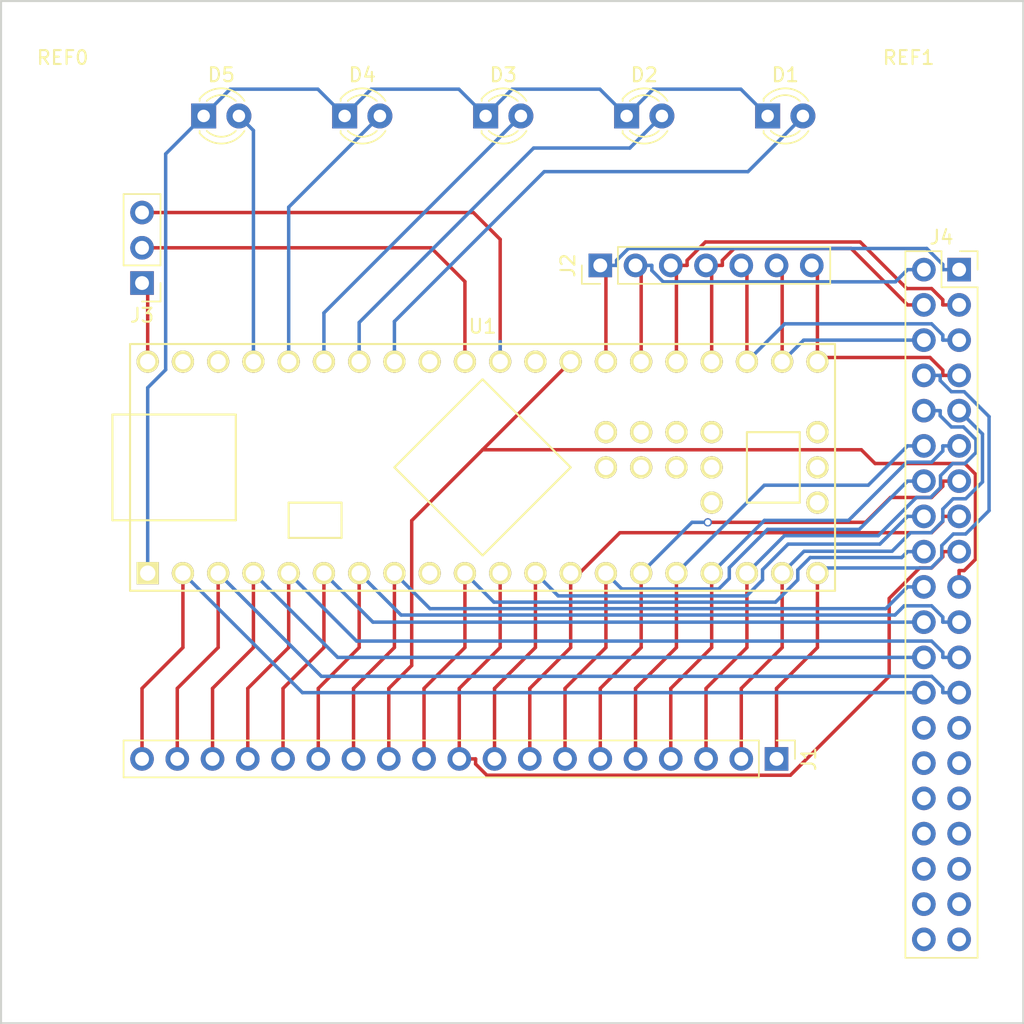
<source format=kicad_pcb>
(kicad_pcb (version 4) (host pcbnew 4.0.6)

  (general
    (links 65)
    (no_connects 0)
    (area 40.564999 48.184999 114.375001 121.995001)
    (thickness 1.6)
    (drawings 4)
    (tracks 292)
    (zones 0)
    (modules 12)
    (nets 67)
  )

  (page A4)
  (layers
    (0 F.Cu signal)
    (31 B.Cu signal)
    (32 B.Adhes user)
    (33 F.Adhes user)
    (34 B.Paste user)
    (35 F.Paste user)
    (36 B.SilkS user)
    (37 F.SilkS user)
    (38 B.Mask user)
    (39 F.Mask user)
    (40 Dwgs.User user)
    (41 Cmts.User user)
    (42 Eco1.User user)
    (43 Eco2.User user)
    (44 Edge.Cuts user)
    (45 Margin user)
    (46 B.CrtYd user)
    (47 F.CrtYd user)
    (48 B.Fab user)
    (49 F.Fab user)
  )

  (setup
    (last_trace_width 0.25)
    (trace_clearance 0.2)
    (zone_clearance 0.508)
    (zone_45_only no)
    (trace_min 0.2)
    (segment_width 0.2)
    (edge_width 0.15)
    (via_size 0.6)
    (via_drill 0.4)
    (via_min_size 0.4)
    (via_min_drill 0.3)
    (uvia_size 0.3)
    (uvia_drill 0.1)
    (uvias_allowed no)
    (uvia_min_size 0.2)
    (uvia_min_drill 0.1)
    (pcb_text_width 0.3)
    (pcb_text_size 1.5 1.5)
    (mod_edge_width 0.15)
    (mod_text_size 1 1)
    (mod_text_width 0.15)
    (pad_size 1.6 1.6)
    (pad_drill 1.1)
    (pad_to_mask_clearance 0.2)
    (aux_axis_origin 0 0)
    (visible_elements 7FFFFFFF)
    (pcbplotparams
      (layerselection 0x00030_80000001)
      (usegerberextensions false)
      (excludeedgelayer true)
      (linewidth 0.100000)
      (plotframeref false)
      (viasonmask false)
      (mode 1)
      (useauxorigin false)
      (hpglpennumber 1)
      (hpglpenspeed 20)
      (hpglpendiameter 15)
      (hpglpenoverlay 2)
      (psnegative false)
      (psa4output false)
      (plotreference true)
      (plotvalue true)
      (plotinvisibletext false)
      (padsonsilk false)
      (subtractmaskfromsilk false)
      (outputformat 1)
      (mirror false)
      (drillshape 1)
      (scaleselection 1)
      (outputdirectory ""))
  )

  (net 0 "")
  (net 1 "Net-(D1-Pad1)")
  (net 2 "Net-(D1-Pad2)")
  (net 3 "Net-(D2-Pad2)")
  (net 4 "Net-(D3-Pad2)")
  (net 5 "Net-(D4-Pad2)")
  (net 6 "Net-(D5-Pad2)")
  (net 7 "Net-(J1-Pad1)")
  (net 8 "Net-(J1-Pad2)")
  (net 9 "Net-(J1-Pad3)")
  (net 10 "Net-(J1-Pad4)")
  (net 11 "Net-(J1-Pad5)")
  (net 12 "Net-(J1-Pad6)")
  (net 13 "Net-(J1-Pad7)")
  (net 14 "Net-(J1-Pad8)")
  (net 15 "Net-(J1-Pad9)")
  (net 16 "Net-(J1-Pad10)")
  (net 17 "Net-(J1-Pad11)")
  (net 18 "Net-(J1-Pad12)")
  (net 19 "Net-(J1-Pad13)")
  (net 20 "Net-(J1-Pad14)")
  (net 21 "Net-(J1-Pad15)")
  (net 22 "Net-(J1-Pad16)")
  (net 23 "Net-(J1-Pad17)")
  (net 24 "Net-(J1-Pad18)")
  (net 25 "Net-(J1-Pad19)")
  (net 26 "Net-(J2-Pad1)")
  (net 27 "Net-(J2-Pad2)")
  (net 28 "Net-(J2-Pad3)")
  (net 29 "Net-(J2-Pad4)")
  (net 30 "Net-(J2-Pad5)")
  (net 31 "Net-(J2-Pad6)")
  (net 32 "Net-(J2-Pad7)")
  (net 33 "Net-(J3-Pad1)")
  (net 34 "Net-(J3-Pad2)")
  (net 35 "Net-(J3-Pad3)")
  (net 36 "Net-(J4-Pad27)")
  (net 37 "Net-(J4-Pad28)")
  (net 38 "Net-(J4-Pad29)")
  (net 39 "Net-(J4-Pad30)")
  (net 40 "Net-(J4-Pad31)")
  (net 41 "Net-(J4-Pad32)")
  (net 42 "Net-(J4-Pad33)")
  (net 43 "Net-(J4-Pad34)")
  (net 44 "Net-(J4-Pad35)")
  (net 45 "Net-(J4-Pad36)")
  (net 46 "Net-(J4-Pad37)")
  (net 47 "Net-(J4-Pad38)")
  (net 48 "Net-(J4-Pad39)")
  (net 49 "Net-(J4-Pad40)")
  (net 50 "Net-(U1-Pad9)")
  (net 51 "Net-(U1-Pad21)")
  (net 52 "Net-(U1-Pad22)")
  (net 53 "Net-(U1-Pad23)")
  (net 54 "Net-(U1-Pad32)")
  (net 55 "Net-(U1-Pad35)")
  (net 56 "Net-(U1-Pad41)")
  (net 57 "Net-(U1-Pad42)")
  (net 58 "Net-(U1-Pad44)")
  (net 59 "Net-(U1-Pad45)")
  (net 60 "Net-(U1-Pad46)")
  (net 61 "Net-(U1-Pad47)")
  (net 62 "Net-(U1-Pad48)")
  (net 63 "Net-(U1-Pad49)")
  (net 64 "Net-(U1-Pad50)")
  (net 65 "Net-(U1-Pad51)")
  (net 66 "Net-(U1-Pad52)")

  (net_class Default "This is the default net class."
    (clearance 0.2)
    (trace_width 0.25)
    (via_dia 0.6)
    (via_drill 0.4)
    (uvia_dia 0.3)
    (uvia_drill 0.1)
    (add_net "Net-(D1-Pad1)")
    (add_net "Net-(D1-Pad2)")
    (add_net "Net-(D2-Pad2)")
    (add_net "Net-(D3-Pad2)")
    (add_net "Net-(D4-Pad2)")
    (add_net "Net-(D5-Pad2)")
    (add_net "Net-(J1-Pad1)")
    (add_net "Net-(J1-Pad10)")
    (add_net "Net-(J1-Pad11)")
    (add_net "Net-(J1-Pad12)")
    (add_net "Net-(J1-Pad13)")
    (add_net "Net-(J1-Pad14)")
    (add_net "Net-(J1-Pad15)")
    (add_net "Net-(J1-Pad16)")
    (add_net "Net-(J1-Pad17)")
    (add_net "Net-(J1-Pad18)")
    (add_net "Net-(J1-Pad19)")
    (add_net "Net-(J1-Pad2)")
    (add_net "Net-(J1-Pad3)")
    (add_net "Net-(J1-Pad4)")
    (add_net "Net-(J1-Pad5)")
    (add_net "Net-(J1-Pad6)")
    (add_net "Net-(J1-Pad7)")
    (add_net "Net-(J1-Pad8)")
    (add_net "Net-(J1-Pad9)")
    (add_net "Net-(J2-Pad1)")
    (add_net "Net-(J2-Pad2)")
    (add_net "Net-(J2-Pad3)")
    (add_net "Net-(J2-Pad4)")
    (add_net "Net-(J2-Pad5)")
    (add_net "Net-(J2-Pad6)")
    (add_net "Net-(J2-Pad7)")
    (add_net "Net-(J3-Pad1)")
    (add_net "Net-(J3-Pad2)")
    (add_net "Net-(J3-Pad3)")
    (add_net "Net-(J4-Pad27)")
    (add_net "Net-(J4-Pad28)")
    (add_net "Net-(J4-Pad29)")
    (add_net "Net-(J4-Pad30)")
    (add_net "Net-(J4-Pad31)")
    (add_net "Net-(J4-Pad32)")
    (add_net "Net-(J4-Pad33)")
    (add_net "Net-(J4-Pad34)")
    (add_net "Net-(J4-Pad35)")
    (add_net "Net-(J4-Pad36)")
    (add_net "Net-(J4-Pad37)")
    (add_net "Net-(J4-Pad38)")
    (add_net "Net-(J4-Pad39)")
    (add_net "Net-(J4-Pad40)")
    (add_net "Net-(U1-Pad21)")
    (add_net "Net-(U1-Pad22)")
    (add_net "Net-(U1-Pad23)")
    (add_net "Net-(U1-Pad32)")
    (add_net "Net-(U1-Pad35)")
    (add_net "Net-(U1-Pad41)")
    (add_net "Net-(U1-Pad42)")
    (add_net "Net-(U1-Pad44)")
    (add_net "Net-(U1-Pad45)")
    (add_net "Net-(U1-Pad46)")
    (add_net "Net-(U1-Pad47)")
    (add_net "Net-(U1-Pad48)")
    (add_net "Net-(U1-Pad49)")
    (add_net "Net-(U1-Pad50)")
    (add_net "Net-(U1-Pad51)")
    (add_net "Net-(U1-Pad52)")
    (add_net "Net-(U1-Pad9)")
  )

  (module LEDs:LED_D3.0mm (layer F.Cu) (tedit 587A3A7B) (tstamp 591906C8)
    (at 95.88 56.54)
    (descr "LED, diameter 3.0mm, 2 pins")
    (tags "LED diameter 3.0mm 2 pins")
    (path /5918EB8B)
    (fp_text reference D1 (at 1.27 -2.96) (layer F.SilkS)
      (effects (font (size 1 1) (thickness 0.15)))
    )
    (fp_text value LED (at 1.27 2.96) (layer F.Fab)
      (effects (font (size 1 1) (thickness 0.15)))
    )
    (fp_arc (start 1.27 0) (end -0.23 -1.16619) (angle 284.3) (layer F.Fab) (width 0.1))
    (fp_arc (start 1.27 0) (end -0.29 -1.235516) (angle 108.8) (layer F.SilkS) (width 0.12))
    (fp_arc (start 1.27 0) (end -0.29 1.235516) (angle -108.8) (layer F.SilkS) (width 0.12))
    (fp_arc (start 1.27 0) (end 0.229039 -1.08) (angle 87.9) (layer F.SilkS) (width 0.12))
    (fp_arc (start 1.27 0) (end 0.229039 1.08) (angle -87.9) (layer F.SilkS) (width 0.12))
    (fp_circle (center 1.27 0) (end 2.77 0) (layer F.Fab) (width 0.1))
    (fp_line (start -0.23 -1.16619) (end -0.23 1.16619) (layer F.Fab) (width 0.1))
    (fp_line (start -0.29 -1.236) (end -0.29 -1.08) (layer F.SilkS) (width 0.12))
    (fp_line (start -0.29 1.08) (end -0.29 1.236) (layer F.SilkS) (width 0.12))
    (fp_line (start -1.15 -2.25) (end -1.15 2.25) (layer F.CrtYd) (width 0.05))
    (fp_line (start -1.15 2.25) (end 3.7 2.25) (layer F.CrtYd) (width 0.05))
    (fp_line (start 3.7 2.25) (end 3.7 -2.25) (layer F.CrtYd) (width 0.05))
    (fp_line (start 3.7 -2.25) (end -1.15 -2.25) (layer F.CrtYd) (width 0.05))
    (pad 1 thru_hole rect (at 0 0) (size 1.8 1.8) (drill 0.9) (layers *.Cu *.Mask)
      (net 1 "Net-(D1-Pad1)"))
    (pad 2 thru_hole circle (at 2.54 0) (size 1.8 1.8) (drill 0.9) (layers *.Cu *.Mask)
      (net 2 "Net-(D1-Pad2)"))
    (model LEDs.3dshapes/LED_D3.0mm.wrl
      (at (xyz 0 0 0))
      (scale (xyz 0.393701 0.393701 0.393701))
      (rotate (xyz 0 0 0))
    )
  )

  (module LEDs:LED_D3.0mm (layer F.Cu) (tedit 587A3A7B) (tstamp 591906CE)
    (at 85.72 56.54)
    (descr "LED, diameter 3.0mm, 2 pins")
    (tags "LED diameter 3.0mm 2 pins")
    (path /5918ECF7)
    (fp_text reference D2 (at 1.27 -2.96) (layer F.SilkS)
      (effects (font (size 1 1) (thickness 0.15)))
    )
    (fp_text value LED (at 1.27 2.96) (layer F.Fab)
      (effects (font (size 1 1) (thickness 0.15)))
    )
    (fp_arc (start 1.27 0) (end -0.23 -1.16619) (angle 284.3) (layer F.Fab) (width 0.1))
    (fp_arc (start 1.27 0) (end -0.29 -1.235516) (angle 108.8) (layer F.SilkS) (width 0.12))
    (fp_arc (start 1.27 0) (end -0.29 1.235516) (angle -108.8) (layer F.SilkS) (width 0.12))
    (fp_arc (start 1.27 0) (end 0.229039 -1.08) (angle 87.9) (layer F.SilkS) (width 0.12))
    (fp_arc (start 1.27 0) (end 0.229039 1.08) (angle -87.9) (layer F.SilkS) (width 0.12))
    (fp_circle (center 1.27 0) (end 2.77 0) (layer F.Fab) (width 0.1))
    (fp_line (start -0.23 -1.16619) (end -0.23 1.16619) (layer F.Fab) (width 0.1))
    (fp_line (start -0.29 -1.236) (end -0.29 -1.08) (layer F.SilkS) (width 0.12))
    (fp_line (start -0.29 1.08) (end -0.29 1.236) (layer F.SilkS) (width 0.12))
    (fp_line (start -1.15 -2.25) (end -1.15 2.25) (layer F.CrtYd) (width 0.05))
    (fp_line (start -1.15 2.25) (end 3.7 2.25) (layer F.CrtYd) (width 0.05))
    (fp_line (start 3.7 2.25) (end 3.7 -2.25) (layer F.CrtYd) (width 0.05))
    (fp_line (start 3.7 -2.25) (end -1.15 -2.25) (layer F.CrtYd) (width 0.05))
    (pad 1 thru_hole rect (at 0 0) (size 1.8 1.8) (drill 0.9) (layers *.Cu *.Mask)
      (net 1 "Net-(D1-Pad1)"))
    (pad 2 thru_hole circle (at 2.54 0) (size 1.8 1.8) (drill 0.9) (layers *.Cu *.Mask)
      (net 3 "Net-(D2-Pad2)"))
    (model LEDs.3dshapes/LED_D3.0mm.wrl
      (at (xyz 0 0 0))
      (scale (xyz 0.393701 0.393701 0.393701))
      (rotate (xyz 0 0 0))
    )
  )

  (module LEDs:LED_D3.0mm (layer F.Cu) (tedit 587A3A7B) (tstamp 591906D4)
    (at 75.56 56.54)
    (descr "LED, diameter 3.0mm, 2 pins")
    (tags "LED diameter 3.0mm 2 pins")
    (path /5918EDA4)
    (fp_text reference D3 (at 1.27 -2.96) (layer F.SilkS)
      (effects (font (size 1 1) (thickness 0.15)))
    )
    (fp_text value LED (at 1.27 2.96) (layer F.Fab)
      (effects (font (size 1 1) (thickness 0.15)))
    )
    (fp_arc (start 1.27 0) (end -0.23 -1.16619) (angle 284.3) (layer F.Fab) (width 0.1))
    (fp_arc (start 1.27 0) (end -0.29 -1.235516) (angle 108.8) (layer F.SilkS) (width 0.12))
    (fp_arc (start 1.27 0) (end -0.29 1.235516) (angle -108.8) (layer F.SilkS) (width 0.12))
    (fp_arc (start 1.27 0) (end 0.229039 -1.08) (angle 87.9) (layer F.SilkS) (width 0.12))
    (fp_arc (start 1.27 0) (end 0.229039 1.08) (angle -87.9) (layer F.SilkS) (width 0.12))
    (fp_circle (center 1.27 0) (end 2.77 0) (layer F.Fab) (width 0.1))
    (fp_line (start -0.23 -1.16619) (end -0.23 1.16619) (layer F.Fab) (width 0.1))
    (fp_line (start -0.29 -1.236) (end -0.29 -1.08) (layer F.SilkS) (width 0.12))
    (fp_line (start -0.29 1.08) (end -0.29 1.236) (layer F.SilkS) (width 0.12))
    (fp_line (start -1.15 -2.25) (end -1.15 2.25) (layer F.CrtYd) (width 0.05))
    (fp_line (start -1.15 2.25) (end 3.7 2.25) (layer F.CrtYd) (width 0.05))
    (fp_line (start 3.7 2.25) (end 3.7 -2.25) (layer F.CrtYd) (width 0.05))
    (fp_line (start 3.7 -2.25) (end -1.15 -2.25) (layer F.CrtYd) (width 0.05))
    (pad 1 thru_hole rect (at 0 0) (size 1.8 1.8) (drill 0.9) (layers *.Cu *.Mask)
      (net 1 "Net-(D1-Pad1)"))
    (pad 2 thru_hole circle (at 2.54 0) (size 1.8 1.8) (drill 0.9) (layers *.Cu *.Mask)
      (net 4 "Net-(D3-Pad2)"))
    (model LEDs.3dshapes/LED_D3.0mm.wrl
      (at (xyz 0 0 0))
      (scale (xyz 0.393701 0.393701 0.393701))
      (rotate (xyz 0 0 0))
    )
  )

  (module LEDs:LED_D3.0mm (layer F.Cu) (tedit 587A3A7B) (tstamp 591906DA)
    (at 65.4 56.54)
    (descr "LED, diameter 3.0mm, 2 pins")
    (tags "LED diameter 3.0mm 2 pins")
    (path /5918EE19)
    (fp_text reference D4 (at 1.27 -2.96) (layer F.SilkS)
      (effects (font (size 1 1) (thickness 0.15)))
    )
    (fp_text value LED (at 1.27 2.96) (layer F.Fab)
      (effects (font (size 1 1) (thickness 0.15)))
    )
    (fp_arc (start 1.27 0) (end -0.23 -1.16619) (angle 284.3) (layer F.Fab) (width 0.1))
    (fp_arc (start 1.27 0) (end -0.29 -1.235516) (angle 108.8) (layer F.SilkS) (width 0.12))
    (fp_arc (start 1.27 0) (end -0.29 1.235516) (angle -108.8) (layer F.SilkS) (width 0.12))
    (fp_arc (start 1.27 0) (end 0.229039 -1.08) (angle 87.9) (layer F.SilkS) (width 0.12))
    (fp_arc (start 1.27 0) (end 0.229039 1.08) (angle -87.9) (layer F.SilkS) (width 0.12))
    (fp_circle (center 1.27 0) (end 2.77 0) (layer F.Fab) (width 0.1))
    (fp_line (start -0.23 -1.16619) (end -0.23 1.16619) (layer F.Fab) (width 0.1))
    (fp_line (start -0.29 -1.236) (end -0.29 -1.08) (layer F.SilkS) (width 0.12))
    (fp_line (start -0.29 1.08) (end -0.29 1.236) (layer F.SilkS) (width 0.12))
    (fp_line (start -1.15 -2.25) (end -1.15 2.25) (layer F.CrtYd) (width 0.05))
    (fp_line (start -1.15 2.25) (end 3.7 2.25) (layer F.CrtYd) (width 0.05))
    (fp_line (start 3.7 2.25) (end 3.7 -2.25) (layer F.CrtYd) (width 0.05))
    (fp_line (start 3.7 -2.25) (end -1.15 -2.25) (layer F.CrtYd) (width 0.05))
    (pad 1 thru_hole rect (at 0 0) (size 1.8 1.8) (drill 0.9) (layers *.Cu *.Mask)
      (net 1 "Net-(D1-Pad1)"))
    (pad 2 thru_hole circle (at 2.54 0) (size 1.8 1.8) (drill 0.9) (layers *.Cu *.Mask)
      (net 5 "Net-(D4-Pad2)"))
    (model LEDs.3dshapes/LED_D3.0mm.wrl
      (at (xyz 0 0 0))
      (scale (xyz 0.393701 0.393701 0.393701))
      (rotate (xyz 0 0 0))
    )
  )

  (module LEDs:LED_D3.0mm (layer F.Cu) (tedit 587A3A7B) (tstamp 591906E0)
    (at 55.24 56.54)
    (descr "LED, diameter 3.0mm, 2 pins")
    (tags "LED diameter 3.0mm 2 pins")
    (path /5918EEB6)
    (fp_text reference D5 (at 1.27 -2.96) (layer F.SilkS)
      (effects (font (size 1 1) (thickness 0.15)))
    )
    (fp_text value LED (at 1.27 2.96) (layer F.Fab)
      (effects (font (size 1 1) (thickness 0.15)))
    )
    (fp_arc (start 1.27 0) (end -0.23 -1.16619) (angle 284.3) (layer F.Fab) (width 0.1))
    (fp_arc (start 1.27 0) (end -0.29 -1.235516) (angle 108.8) (layer F.SilkS) (width 0.12))
    (fp_arc (start 1.27 0) (end -0.29 1.235516) (angle -108.8) (layer F.SilkS) (width 0.12))
    (fp_arc (start 1.27 0) (end 0.229039 -1.08) (angle 87.9) (layer F.SilkS) (width 0.12))
    (fp_arc (start 1.27 0) (end 0.229039 1.08) (angle -87.9) (layer F.SilkS) (width 0.12))
    (fp_circle (center 1.27 0) (end 2.77 0) (layer F.Fab) (width 0.1))
    (fp_line (start -0.23 -1.16619) (end -0.23 1.16619) (layer F.Fab) (width 0.1))
    (fp_line (start -0.29 -1.236) (end -0.29 -1.08) (layer F.SilkS) (width 0.12))
    (fp_line (start -0.29 1.08) (end -0.29 1.236) (layer F.SilkS) (width 0.12))
    (fp_line (start -1.15 -2.25) (end -1.15 2.25) (layer F.CrtYd) (width 0.05))
    (fp_line (start -1.15 2.25) (end 3.7 2.25) (layer F.CrtYd) (width 0.05))
    (fp_line (start 3.7 2.25) (end 3.7 -2.25) (layer F.CrtYd) (width 0.05))
    (fp_line (start 3.7 -2.25) (end -1.15 -2.25) (layer F.CrtYd) (width 0.05))
    (pad 1 thru_hole rect (at 0 0) (size 1.8 1.8) (drill 0.9) (layers *.Cu *.Mask)
      (net 1 "Net-(D1-Pad1)"))
    (pad 2 thru_hole circle (at 2.54 0) (size 1.8 1.8) (drill 0.9) (layers *.Cu *.Mask)
      (net 6 "Net-(D5-Pad2)"))
    (model LEDs.3dshapes/LED_D3.0mm.wrl
      (at (xyz 0 0 0))
      (scale (xyz 0.393701 0.393701 0.393701))
      (rotate (xyz 0 0 0))
    )
  )

  (module Socket_Strips:Socket_Strip_Straight_1x07_Pitch2.54mm (layer F.Cu) (tedit 58CD5446) (tstamp 59190702)
    (at 83.82 67.31 90)
    (descr "Through hole straight socket strip, 1x07, 2.54mm pitch, single row")
    (tags "Through hole socket strip THT 1x07 2.54mm single row")
    (path /5918EAE4)
    (fp_text reference J2 (at 0 -2.33 90) (layer F.SilkS)
      (effects (font (size 1 1) (thickness 0.15)))
    )
    (fp_text value CONN_ROW (at 0 17.57 90) (layer F.Fab)
      (effects (font (size 1 1) (thickness 0.15)))
    )
    (fp_line (start -1.27 -1.27) (end -1.27 16.51) (layer F.Fab) (width 0.1))
    (fp_line (start -1.27 16.51) (end 1.27 16.51) (layer F.Fab) (width 0.1))
    (fp_line (start 1.27 16.51) (end 1.27 -1.27) (layer F.Fab) (width 0.1))
    (fp_line (start 1.27 -1.27) (end -1.27 -1.27) (layer F.Fab) (width 0.1))
    (fp_line (start -1.33 1.27) (end -1.33 16.57) (layer F.SilkS) (width 0.12))
    (fp_line (start -1.33 16.57) (end 1.33 16.57) (layer F.SilkS) (width 0.12))
    (fp_line (start 1.33 16.57) (end 1.33 1.27) (layer F.SilkS) (width 0.12))
    (fp_line (start 1.33 1.27) (end -1.33 1.27) (layer F.SilkS) (width 0.12))
    (fp_line (start -1.33 0) (end -1.33 -1.33) (layer F.SilkS) (width 0.12))
    (fp_line (start -1.33 -1.33) (end 0 -1.33) (layer F.SilkS) (width 0.12))
    (fp_line (start -1.8 -1.8) (end -1.8 17.05) (layer F.CrtYd) (width 0.05))
    (fp_line (start -1.8 17.05) (end 1.8 17.05) (layer F.CrtYd) (width 0.05))
    (fp_line (start 1.8 17.05) (end 1.8 -1.8) (layer F.CrtYd) (width 0.05))
    (fp_line (start 1.8 -1.8) (end -1.8 -1.8) (layer F.CrtYd) (width 0.05))
    (fp_text user %R (at 0 -2.33 90) (layer F.Fab)
      (effects (font (size 1 1) (thickness 0.15)))
    )
    (pad 1 thru_hole rect (at 0 0 90) (size 1.7 1.7) (drill 1) (layers *.Cu *.Mask)
      (net 26 "Net-(J2-Pad1)"))
    (pad 2 thru_hole oval (at 0 2.54 90) (size 1.7 1.7) (drill 1) (layers *.Cu *.Mask)
      (net 27 "Net-(J2-Pad2)"))
    (pad 3 thru_hole oval (at 0 5.08 90) (size 1.7 1.7) (drill 1) (layers *.Cu *.Mask)
      (net 28 "Net-(J2-Pad3)"))
    (pad 4 thru_hole oval (at 0 7.62 90) (size 1.7 1.7) (drill 1) (layers *.Cu *.Mask)
      (net 29 "Net-(J2-Pad4)"))
    (pad 5 thru_hole oval (at 0 10.16 90) (size 1.7 1.7) (drill 1) (layers *.Cu *.Mask)
      (net 30 "Net-(J2-Pad5)"))
    (pad 6 thru_hole oval (at 0 12.7 90) (size 1.7 1.7) (drill 1) (layers *.Cu *.Mask)
      (net 31 "Net-(J2-Pad6)"))
    (pad 7 thru_hole oval (at 0 15.24 90) (size 1.7 1.7) (drill 1) (layers *.Cu *.Mask)
      (net 32 "Net-(J2-Pad7)"))
    (model ${KISYS3DMOD}/Socket_Strips.3dshapes/Socket_Strip_Straight_1x07_Pitch2.54mm.wrl
      (at (xyz 0 -0.3 0))
      (scale (xyz 1 1 1))
      (rotate (xyz 0 0 270))
    )
  )

  (module Teensy:Teensy2.0++ (layer F.Cu) (tedit 59191665) (tstamp 5919076D)
    (at 75.3364 81.8642)
    (descr 20)
    (path /5918E7FE)
    (fp_text reference U1 (at 0 -10.16) (layer F.SilkS)
      (effects (font (size 1 1) (thickness 0.15)))
    )
    (fp_text value Teensy++2.0 (at 0 10.16) (layer F.Fab)
      (effects (font (size 1 1) (thickness 0.15)))
    )
    (fp_line (start -17.78 3.81) (end -17.78 -3.81) (layer F.SilkS) (width 0.15))
    (fp_line (start -26.67 -3.81) (end -26.67 3.81) (layer F.SilkS) (width 0.15))
    (fp_line (start -17.78 -3.81) (end -26.67 -3.81) (layer F.SilkS) (width 0.15))
    (fp_line (start -17.78 3.81) (end -26.67 3.81) (layer F.SilkS) (width 0.15))
    (fp_line (start -13.97 5.08) (end -10.16 5.08) (layer F.SilkS) (width 0.15))
    (fp_line (start -10.16 5.08) (end -10.16 3.81) (layer F.SilkS) (width 0.15))
    (fp_line (start -10.16 3.81) (end -10.16 2.54) (layer F.SilkS) (width 0.15))
    (fp_line (start -10.16 2.54) (end -13.97 2.54) (layer F.SilkS) (width 0.15))
    (fp_line (start -13.97 2.54) (end -13.97 5.08) (layer F.SilkS) (width 0.15))
    (fp_line (start 22.86 2.54) (end 19.05 2.54) (layer F.SilkS) (width 0.15))
    (fp_line (start 19.05 2.54) (end 19.05 -2.54) (layer F.SilkS) (width 0.15))
    (fp_line (start 19.05 -2.54) (end 22.86 -2.54) (layer F.SilkS) (width 0.15))
    (fp_line (start 22.86 -2.54) (end 22.86 2.54) (layer F.SilkS) (width 0.15))
    (fp_line (start 0 6.35) (end -6.35 0) (layer F.SilkS) (width 0.15))
    (fp_line (start -6.35 0) (end 0 -6.35) (layer F.SilkS) (width 0.15))
    (fp_line (start 0 -6.35) (end 6.35 0) (layer F.SilkS) (width 0.15))
    (fp_line (start 6.35 0) (end 0 6.35) (layer F.SilkS) (width 0.15))
    (fp_line (start -25.4 -8.89) (end 25.4 -8.89) (layer F.SilkS) (width 0.15))
    (fp_line (start 25.4 -8.89) (end 25.4 8.89) (layer F.SilkS) (width 0.15))
    (fp_line (start 25.4 8.89) (end -25.4 8.89) (layer F.SilkS) (width 0.15))
    (fp_line (start -25.4 8.89) (end -25.4 -8.89) (layer F.SilkS) (width 0.15))
    (pad 9 thru_hole circle (at -3.81 7.62) (size 1.6 1.6) (drill 1.1) (layers *.Cu *.Mask F.SilkS)
      (net 50 "Net-(U1-Pad9)"))
    (pad 10 thru_hole circle (at -1.27 7.62) (size 1.6 1.6) (drill 1.1) (layers *.Cu *.Mask F.SilkS)
      (net 17 "Net-(J1-Pad11)"))
    (pad 11 thru_hole circle (at 1.27 7.62) (size 1.6 1.6) (drill 1.1) (layers *.Cu *.Mask F.SilkS)
      (net 16 "Net-(J1-Pad10)"))
    (pad 8 thru_hole circle (at -6.35 7.62) (size 1.6 1.6) (drill 1.1) (layers *.Cu *.Mask F.SilkS)
      (net 19 "Net-(J1-Pad13)"))
    (pad 7 thru_hole circle (at -8.89 7.62) (size 1.6 1.6) (drill 1.1) (layers *.Cu *.Mask F.SilkS)
      (net 20 "Net-(J1-Pad14)"))
    (pad 6 thru_hole circle (at -11.43 7.62) (size 1.6 1.6) (drill 1.1) (layers *.Cu *.Mask F.SilkS)
      (net 21 "Net-(J1-Pad15)"))
    (pad 5 thru_hole circle (at -13.97 7.62) (size 1.6 1.6) (drill 1.1) (layers *.Cu *.Mask F.SilkS)
      (net 22 "Net-(J1-Pad16)"))
    (pad 4 thru_hole circle (at -16.51 7.62) (size 1.6 1.6) (drill 1.1) (layers *.Cu *.Mask F.SilkS)
      (net 23 "Net-(J1-Pad17)"))
    (pad 3 thru_hole circle (at -19.05 7.62) (size 1.6 1.6) (drill 1.1) (layers *.Cu *.Mask F.SilkS)
      (net 24 "Net-(J1-Pad18)"))
    (pad 2 thru_hole circle (at -21.59 7.62) (size 1.6 1.6) (drill 1.1) (layers *.Cu *.Mask F.SilkS)
      (net 25 "Net-(J1-Pad19)"))
    (pad 1 thru_hole rect (at -24.13 7.62) (size 1.6 1.6) (drill 1.1) (layers *.Cu *.Mask F.SilkS)
      (net 1 "Net-(D1-Pad1)"))
    (pad 12 thru_hole circle (at 3.81 7.62) (size 1.6 1.6) (drill 1.1) (layers *.Cu *.Mask F.SilkS)
      (net 15 "Net-(J1-Pad9)"))
    (pad 13 thru_hole circle (at 6.35 7.62) (size 1.6 1.6) (drill 1.1) (layers *.Cu *.Mask F.SilkS)
      (net 14 "Net-(J1-Pad8)"))
    (pad 14 thru_hole circle (at 8.89 7.62) (size 1.6 1.6) (drill 1.1) (layers *.Cu *.Mask F.SilkS)
      (net 13 "Net-(J1-Pad7)"))
    (pad 15 thru_hole circle (at 11.43 7.62) (size 1.6 1.6) (drill 1.1) (layers *.Cu *.Mask F.SilkS)
      (net 12 "Net-(J1-Pad6)"))
    (pad 16 thru_hole circle (at 13.97 7.62) (size 1.6 1.6) (drill 1.1) (layers *.Cu *.Mask F.SilkS)
      (net 11 "Net-(J1-Pad5)"))
    (pad 17 thru_hole circle (at 16.51 7.62) (size 1.6 1.6) (drill 1.1) (layers *.Cu *.Mask F.SilkS)
      (net 10 "Net-(J1-Pad4)"))
    (pad 18 thru_hole circle (at 19.05 7.62) (size 1.6 1.6) (drill 1.1) (layers *.Cu *.Mask F.SilkS)
      (net 9 "Net-(J1-Pad3)"))
    (pad 19 thru_hole circle (at 21.59 7.62) (size 1.6 1.6) (drill 1.1) (layers *.Cu *.Mask F.SilkS)
      (net 8 "Net-(J1-Pad2)"))
    (pad 20 thru_hole circle (at 24.13 7.62) (size 1.6 1.6) (drill 1.1) (layers *.Cu *.Mask F.SilkS)
      (net 7 "Net-(J1-Pad1)"))
    (pad 21 thru_hole circle (at 24.13 2.54) (size 1.6 1.6) (drill 1.1) (layers *.Cu *.Mask F.SilkS)
      (net 51 "Net-(U1-Pad21)"))
    (pad 22 thru_hole circle (at 24.13 0) (size 1.6 1.6) (drill 1.1) (layers *.Cu *.Mask F.SilkS)
      (net 52 "Net-(U1-Pad22)"))
    (pad 23 thru_hole circle (at 24.13 -2.54) (size 1.6 1.6) (drill 1.1) (layers *.Cu *.Mask F.SilkS)
      (net 53 "Net-(U1-Pad23)"))
    (pad 24 thru_hole circle (at 24.13 -7.62) (size 1.6 1.6) (drill 1.1) (layers *.Cu *.Mask F.SilkS)
      (net 32 "Net-(J2-Pad7)"))
    (pad 25 thru_hole circle (at 21.59 -7.62) (size 1.6 1.6) (drill 1.1) (layers *.Cu *.Mask F.SilkS)
      (net 31 "Net-(J2-Pad6)"))
    (pad 26 thru_hole circle (at 19.05 -7.62) (size 1.6 1.6) (drill 1.1) (layers *.Cu *.Mask F.SilkS)
      (net 30 "Net-(J2-Pad5)"))
    (pad 27 thru_hole circle (at 16.51 -7.62) (size 1.6 1.6) (drill 1.1) (layers *.Cu *.Mask F.SilkS)
      (net 29 "Net-(J2-Pad4)"))
    (pad 28 thru_hole circle (at 13.97 -7.62) (size 1.6 1.6) (drill 1.1) (layers *.Cu *.Mask F.SilkS)
      (net 28 "Net-(J2-Pad3)"))
    (pad 29 thru_hole circle (at 11.43 -7.62) (size 1.6 1.6) (drill 1.1) (layers *.Cu *.Mask F.SilkS)
      (net 27 "Net-(J2-Pad2)"))
    (pad 30 thru_hole circle (at 8.89 -7.62) (size 1.6 1.6) (drill 1.1) (layers *.Cu *.Mask F.SilkS)
      (net 26 "Net-(J2-Pad1)"))
    (pad 31 thru_hole circle (at 6.35 -7.62) (size 1.6 1.6) (drill 1.1) (layers *.Cu *.Mask F.SilkS)
      (net 18 "Net-(J1-Pad12)"))
    (pad 32 thru_hole circle (at 3.81 -7.62) (size 1.6 1.6) (drill 1.1) (layers *.Cu *.Mask F.SilkS)
      (net 54 "Net-(U1-Pad32)"))
    (pad 33 thru_hole circle (at 1.27 -7.62) (size 1.6 1.6) (drill 1.1) (layers *.Cu *.Mask F.SilkS)
      (net 35 "Net-(J3-Pad3)"))
    (pad 34 thru_hole circle (at -1.27 -7.62) (size 1.6 1.6) (drill 1.1) (layers *.Cu *.Mask F.SilkS)
      (net 34 "Net-(J3-Pad2)"))
    (pad 35 thru_hole circle (at -3.81 -7.62) (size 1.6 1.6) (drill 1.1) (layers *.Cu *.Mask F.SilkS)
      (net 55 "Net-(U1-Pad35)"))
    (pad 36 thru_hole circle (at -6.35 -7.62) (size 1.6 1.6) (drill 1.1) (layers *.Cu *.Mask F.SilkS)
      (net 2 "Net-(D1-Pad2)"))
    (pad 37 thru_hole circle (at -8.89 -7.62) (size 1.6 1.6) (drill 1.1) (layers *.Cu *.Mask F.SilkS)
      (net 3 "Net-(D2-Pad2)"))
    (pad 38 thru_hole circle (at -11.43 -7.62) (size 1.6 1.6) (drill 1.1) (layers *.Cu *.Mask F.SilkS)
      (net 4 "Net-(D3-Pad2)"))
    (pad 39 thru_hole circle (at -13.97 -7.62) (size 1.6 1.6) (drill 1.1) (layers *.Cu *.Mask F.SilkS)
      (net 5 "Net-(D4-Pad2)"))
    (pad 40 thru_hole circle (at -16.51 -7.62) (size 1.6 1.6) (drill 1.1) (layers *.Cu *.Mask F.SilkS)
      (net 6 "Net-(D5-Pad2)"))
    (pad 41 thru_hole circle (at -19.05 -7.62) (size 1.6 1.6) (drill 1.1) (layers *.Cu *.Mask F.SilkS)
      (net 56 "Net-(U1-Pad41)"))
    (pad 42 thru_hole circle (at -21.59 -7.62) (size 1.6 1.6) (drill 1.1) (layers *.Cu *.Mask F.SilkS)
      (net 57 "Net-(U1-Pad42)"))
    (pad 43 thru_hole circle (at -24.13 -7.62) (size 1.6 1.6) (drill 1.1) (layers *.Cu *.Mask F.SilkS)
      (net 33 "Net-(J3-Pad1)"))
    (pad 44 thru_hole circle (at 8.89 -2.54) (size 1.6 1.6) (drill 1.1) (layers *.Cu *.Mask F.SilkS)
      (net 58 "Net-(U1-Pad44)"))
    (pad 45 thru_hole circle (at 11.43 -2.54) (size 1.6 1.6) (drill 1.1) (layers *.Cu *.Mask F.SilkS)
      (net 59 "Net-(U1-Pad45)"))
    (pad 46 thru_hole circle (at 13.97 -2.54) (size 1.6 1.6) (drill 1.1) (layers *.Cu *.Mask F.SilkS)
      (net 60 "Net-(U1-Pad46)"))
    (pad 47 thru_hole circle (at 16.51 -2.54) (size 1.6 1.6) (drill 1.1) (layers *.Cu *.Mask F.SilkS)
      (net 61 "Net-(U1-Pad47)"))
    (pad 48 thru_hole circle (at 8.89 0) (size 1.6 1.6) (drill 1.1) (layers *.Cu *.Mask F.SilkS)
      (net 62 "Net-(U1-Pad48)"))
    (pad 49 thru_hole circle (at 11.43 0) (size 1.6 1.6) (drill 1.1) (layers *.Cu *.Mask F.SilkS)
      (net 63 "Net-(U1-Pad49)"))
    (pad 50 thru_hole circle (at 13.97 0) (size 1.6 1.6) (drill 1.1) (layers *.Cu *.Mask F.SilkS)
      (net 64 "Net-(U1-Pad50)"))
    (pad 51 thru_hole circle (at 16.51 0) (size 1.6 1.6) (drill 1.1) (layers *.Cu *.Mask F.SilkS)
      (net 65 "Net-(U1-Pad51)"))
    (pad 52 thru_hole circle (at 16.51 2.54) (size 1.6 1.6) (drill 1.1) (layers *.Cu *.Mask F.SilkS)
      (net 66 "Net-(U1-Pad52)"))
  )

  (module Mounting_Holes:MountingHole_3.2mm_M3 (layer F.Cu) (tedit 5919282E) (tstamp 59190AF7)
    (at 45.08 56.54)
    (descr "Mounting Hole 3.2mm, no annular, M3")
    (tags "mounting hole 3.2mm no annular m3")
    (fp_text reference REF0 (at 0 -4.2) (layer F.SilkS)
      (effects (font (size 1 1) (thickness 0.15)))
    )
    (fp_text value MountingHole (at 5.72 -0.66 90) (layer F.Fab)
      (effects (font (size 1 1) (thickness 0.15)))
    )
    (fp_circle (center 0 0) (end 3.2 0) (layer Cmts.User) (width 0.15))
    (fp_circle (center 0 0) (end 3.45 0) (layer F.CrtYd) (width 0.05))
    (pad 1 np_thru_hole circle (at 0 0) (size 3.2 3.2) (drill 3.2) (layers *.Cu *.Mask))
  )

  (module Mounting_Holes:MountingHole_3.2mm_M3 (layer F.Cu) (tedit 59192837) (tstamp 59190B07)
    (at 106.04 56.54)
    (descr "Mounting Hole 3.2mm, no annular, M3")
    (tags "mounting hole 3.2mm no annular m3")
    (fp_text reference REF1 (at 0 -4.2) (layer F.SilkS)
      (effects (font (size 1 1) (thickness 0.15)))
    )
    (fp_text value MountingHole (at 0 4.2) (layer F.Fab)
      (effects (font (size 1 1) (thickness 0.15)))
    )
    (fp_circle (center 0 0) (end 3.2 0) (layer Cmts.User) (width 0.15))
    (fp_circle (center 0 0) (end 3.45 0) (layer F.CrtYd) (width 0.05))
    (pad 1 np_thru_hole circle (at 0 0) (size 3.2 3.2) (drill 3.2) (layers *.Cu *.Mask))
  )

  (module Socket_Strips:Socket_Strip_Straight_1x19_Pitch2.54mm (layer F.Cu) (tedit 58CD5447) (tstamp 591906F7)
    (at 96.52 102.87 270)
    (descr "Through hole straight socket strip, 1x19, 2.54mm pitch, single row")
    (tags "Through hole socket strip THT 1x19 2.54mm single row")
    (path /5918EA00)
    (fp_text reference J1 (at 0 -2.33 270) (layer F.SilkS)
      (effects (font (size 1 1) (thickness 0.15)))
    )
    (fp_text value CONN_COL (at 0 48.05 270) (layer F.Fab)
      (effects (font (size 1 1) (thickness 0.15)))
    )
    (fp_line (start -1.27 -1.27) (end -1.27 46.99) (layer F.Fab) (width 0.1))
    (fp_line (start -1.27 46.99) (end 1.27 46.99) (layer F.Fab) (width 0.1))
    (fp_line (start 1.27 46.99) (end 1.27 -1.27) (layer F.Fab) (width 0.1))
    (fp_line (start 1.27 -1.27) (end -1.27 -1.27) (layer F.Fab) (width 0.1))
    (fp_line (start -1.33 1.27) (end -1.33 47.05) (layer F.SilkS) (width 0.12))
    (fp_line (start -1.33 47.05) (end 1.33 47.05) (layer F.SilkS) (width 0.12))
    (fp_line (start 1.33 47.05) (end 1.33 1.27) (layer F.SilkS) (width 0.12))
    (fp_line (start 1.33 1.27) (end -1.33 1.27) (layer F.SilkS) (width 0.12))
    (fp_line (start -1.33 0) (end -1.33 -1.33) (layer F.SilkS) (width 0.12))
    (fp_line (start -1.33 -1.33) (end 0 -1.33) (layer F.SilkS) (width 0.12))
    (fp_line (start -1.8 -1.8) (end -1.8 47.5) (layer F.CrtYd) (width 0.05))
    (fp_line (start -1.8 47.5) (end 1.8 47.5) (layer F.CrtYd) (width 0.05))
    (fp_line (start 1.8 47.5) (end 1.8 -1.8) (layer F.CrtYd) (width 0.05))
    (fp_line (start 1.8 -1.8) (end -1.8 -1.8) (layer F.CrtYd) (width 0.05))
    (fp_text user %R (at 0 -2.33 270) (layer F.Fab)
      (effects (font (size 1 1) (thickness 0.15)))
    )
    (pad 1 thru_hole rect (at 0 0 270) (size 1.7 1.7) (drill 1) (layers *.Cu *.Mask)
      (net 7 "Net-(J1-Pad1)"))
    (pad 2 thru_hole oval (at 0 2.54 270) (size 1.7 1.7) (drill 1) (layers *.Cu *.Mask)
      (net 8 "Net-(J1-Pad2)"))
    (pad 3 thru_hole oval (at 0 5.08 270) (size 1.7 1.7) (drill 1) (layers *.Cu *.Mask)
      (net 9 "Net-(J1-Pad3)"))
    (pad 4 thru_hole oval (at 0 7.62 270) (size 1.7 1.7) (drill 1) (layers *.Cu *.Mask)
      (net 10 "Net-(J1-Pad4)"))
    (pad 5 thru_hole oval (at 0 10.16 270) (size 1.7 1.7) (drill 1) (layers *.Cu *.Mask)
      (net 11 "Net-(J1-Pad5)"))
    (pad 6 thru_hole oval (at 0 12.7 270) (size 1.7 1.7) (drill 1) (layers *.Cu *.Mask)
      (net 12 "Net-(J1-Pad6)"))
    (pad 7 thru_hole oval (at 0 15.24 270) (size 1.7 1.7) (drill 1) (layers *.Cu *.Mask)
      (net 13 "Net-(J1-Pad7)"))
    (pad 8 thru_hole oval (at 0 17.78 270) (size 1.7 1.7) (drill 1) (layers *.Cu *.Mask)
      (net 14 "Net-(J1-Pad8)"))
    (pad 9 thru_hole oval (at 0 20.32 270) (size 1.7 1.7) (drill 1) (layers *.Cu *.Mask)
      (net 15 "Net-(J1-Pad9)"))
    (pad 10 thru_hole oval (at 0 22.86 270) (size 1.7 1.7) (drill 1) (layers *.Cu *.Mask)
      (net 16 "Net-(J1-Pad10)"))
    (pad 11 thru_hole oval (at 0 25.4 270) (size 1.7 1.7) (drill 1) (layers *.Cu *.Mask)
      (net 17 "Net-(J1-Pad11)"))
    (pad 12 thru_hole oval (at 0 27.94 270) (size 1.7 1.7) (drill 1) (layers *.Cu *.Mask)
      (net 18 "Net-(J1-Pad12)"))
    (pad 13 thru_hole oval (at 0 30.48 270) (size 1.7 1.7) (drill 1) (layers *.Cu *.Mask)
      (net 19 "Net-(J1-Pad13)"))
    (pad 14 thru_hole oval (at 0 33.02 270) (size 1.7 1.7) (drill 1) (layers *.Cu *.Mask)
      (net 20 "Net-(J1-Pad14)"))
    (pad 15 thru_hole oval (at 0 35.56 270) (size 1.7 1.7) (drill 1) (layers *.Cu *.Mask)
      (net 21 "Net-(J1-Pad15)"))
    (pad 16 thru_hole oval (at 0 38.1 270) (size 1.7 1.7) (drill 1) (layers *.Cu *.Mask)
      (net 22 "Net-(J1-Pad16)"))
    (pad 17 thru_hole oval (at 0 40.64 270) (size 1.7 1.7) (drill 1) (layers *.Cu *.Mask)
      (net 23 "Net-(J1-Pad17)"))
    (pad 18 thru_hole oval (at 0 43.18 270) (size 1.7 1.7) (drill 1) (layers *.Cu *.Mask)
      (net 24 "Net-(J1-Pad18)"))
    (pad 19 thru_hole oval (at 0 45.72 270) (size 1.7 1.7) (drill 1) (layers *.Cu *.Mask)
      (net 25 "Net-(J1-Pad19)"))
    (model ${KISYS3DMOD}/Socket_Strips.3dshapes/Socket_Strip_Straight_1x19_Pitch2.54mm.wrl
      (at (xyz 0 -0.9 0))
      (scale (xyz 1 1 1))
      (rotate (xyz 0 0 270))
    )
  )

  (module Socket_Strips:Socket_Strip_Straight_1x03_Pitch2.54mm (layer F.Cu) (tedit 5919281B) (tstamp 59190709)
    (at 50.8 68.58 180)
    (descr "Through hole straight socket strip, 1x03, 2.54mm pitch, single row")
    (tags "Through hole socket strip THT 1x03 2.54mm single row")
    (path /5918E962)
    (fp_text reference J3 (at 0 -2.33 180) (layer F.SilkS)
      (effects (font (size 1 1) (thickness 0.15)))
    )
    (fp_text value RGB_LED (at 2.54 2.54 270) (layer F.Fab)
      (effects (font (size 1 1) (thickness 0.15)))
    )
    (fp_line (start -1.27 -1.27) (end -1.27 6.35) (layer F.Fab) (width 0.1))
    (fp_line (start -1.27 6.35) (end 1.27 6.35) (layer F.Fab) (width 0.1))
    (fp_line (start 1.27 6.35) (end 1.27 -1.27) (layer F.Fab) (width 0.1))
    (fp_line (start 1.27 -1.27) (end -1.27 -1.27) (layer F.Fab) (width 0.1))
    (fp_line (start -1.33 1.27) (end -1.33 6.41) (layer F.SilkS) (width 0.12))
    (fp_line (start -1.33 6.41) (end 1.33 6.41) (layer F.SilkS) (width 0.12))
    (fp_line (start 1.33 6.41) (end 1.33 1.27) (layer F.SilkS) (width 0.12))
    (fp_line (start 1.33 1.27) (end -1.33 1.27) (layer F.SilkS) (width 0.12))
    (fp_line (start -1.33 0) (end -1.33 -1.33) (layer F.SilkS) (width 0.12))
    (fp_line (start -1.33 -1.33) (end 0 -1.33) (layer F.SilkS) (width 0.12))
    (fp_line (start -1.8 -1.8) (end -1.8 6.85) (layer F.CrtYd) (width 0.05))
    (fp_line (start -1.8 6.85) (end 1.8 6.85) (layer F.CrtYd) (width 0.05))
    (fp_line (start 1.8 6.85) (end 1.8 -1.8) (layer F.CrtYd) (width 0.05))
    (fp_line (start 1.8 -1.8) (end -1.8 -1.8) (layer F.CrtYd) (width 0.05))
    (fp_text user %R (at 0 -2.33 180) (layer F.Fab)
      (effects (font (size 1 1) (thickness 0.15)))
    )
    (pad 1 thru_hole rect (at 0 0 180) (size 1.7 1.7) (drill 1) (layers *.Cu *.Mask)
      (net 33 "Net-(J3-Pad1)"))
    (pad 2 thru_hole oval (at 0 2.54 180) (size 1.7 1.7) (drill 1) (layers *.Cu *.Mask)
      (net 34 "Net-(J3-Pad2)"))
    (pad 3 thru_hole oval (at 0 5.08 180) (size 1.7 1.7) (drill 1) (layers *.Cu *.Mask)
      (net 35 "Net-(J3-Pad3)"))
    (model ${KISYS3DMOD}/Socket_Strips.3dshapes/Socket_Strip_Straight_1x03_Pitch2.54mm.wrl
      (at (xyz 0 -0.1 0))
      (scale (xyz 1 1 1))
      (rotate (xyz 0 0 270))
    )
  )

  (module Socket_Strips:Socket_Strip_Straight_2x20_Pitch2.54mm (layer F.Cu) (tedit 58CD544A) (tstamp 59190735)
    (at 109.6772 67.6148)
    (descr "Through hole straight socket strip, 2x20, 2.54mm pitch, double rows")
    (tags "Through hole socket strip THT 2x20 2.54mm double row")
    (path /5918EFE1)
    (fp_text reference J4 (at -1.27 -2.33) (layer F.SilkS)
      (effects (font (size 1 1) (thickness 0.15)))
    )
    (fp_text value CONN_MALTRON (at -1.27 50.59) (layer F.Fab)
      (effects (font (size 1 1) (thickness 0.15)))
    )
    (fp_line (start -3.81 -1.27) (end -3.81 49.53) (layer F.Fab) (width 0.1))
    (fp_line (start -3.81 49.53) (end 1.27 49.53) (layer F.Fab) (width 0.1))
    (fp_line (start 1.27 49.53) (end 1.27 -1.27) (layer F.Fab) (width 0.1))
    (fp_line (start 1.27 -1.27) (end -3.81 -1.27) (layer F.Fab) (width 0.1))
    (fp_line (start 1.33 1.27) (end 1.33 49.59) (layer F.SilkS) (width 0.12))
    (fp_line (start 1.33 49.59) (end -3.87 49.59) (layer F.SilkS) (width 0.12))
    (fp_line (start -3.87 49.59) (end -3.87 -1.33) (layer F.SilkS) (width 0.12))
    (fp_line (start -3.87 -1.33) (end -1.27 -1.33) (layer F.SilkS) (width 0.12))
    (fp_line (start -1.27 -1.33) (end -1.27 1.27) (layer F.SilkS) (width 0.12))
    (fp_line (start -1.27 1.27) (end 1.33 1.27) (layer F.SilkS) (width 0.12))
    (fp_line (start 1.33 0) (end 1.33 -1.33) (layer F.SilkS) (width 0.12))
    (fp_line (start 1.33 -1.33) (end 0.06 -1.33) (layer F.SilkS) (width 0.12))
    (fp_line (start -4.35 -1.8) (end -4.35 50.05) (layer F.CrtYd) (width 0.05))
    (fp_line (start -4.35 50.05) (end 1.8 50.05) (layer F.CrtYd) (width 0.05))
    (fp_line (start 1.8 50.05) (end 1.8 -1.8) (layer F.CrtYd) (width 0.05))
    (fp_line (start 1.8 -1.8) (end -4.35 -1.8) (layer F.CrtYd) (width 0.05))
    (fp_text user %R (at -1.27 -2.33) (layer F.Fab)
      (effects (font (size 1 1) (thickness 0.15)))
    )
    (pad 1 thru_hole rect (at 0 0) (size 1.7 1.7) (drill 1) (layers *.Cu *.Mask)
      (net 26 "Net-(J2-Pad1)"))
    (pad 2 thru_hole oval (at -2.54 0) (size 1.7 1.7) (drill 1) (layers *.Cu *.Mask)
      (net 27 "Net-(J2-Pad2)"))
    (pad 3 thru_hole oval (at 0 2.54) (size 1.7 1.7) (drill 1) (layers *.Cu *.Mask)
      (net 28 "Net-(J2-Pad3)"))
    (pad 4 thru_hole oval (at -2.54 2.54) (size 1.7 1.7) (drill 1) (layers *.Cu *.Mask)
      (net 29 "Net-(J2-Pad4)"))
    (pad 5 thru_hole oval (at 0 5.08) (size 1.7 1.7) (drill 1) (layers *.Cu *.Mask)
      (net 30 "Net-(J2-Pad5)"))
    (pad 6 thru_hole oval (at -2.54 5.08) (size 1.7 1.7) (drill 1) (layers *.Cu *.Mask)
      (net 31 "Net-(J2-Pad6)"))
    (pad 7 thru_hole oval (at 0 7.62) (size 1.7 1.7) (drill 1) (layers *.Cu *.Mask)
      (net 32 "Net-(J2-Pad7)"))
    (pad 8 thru_hole oval (at -2.54 7.62) (size 1.7 1.7) (drill 1) (layers *.Cu *.Mask)
      (net 7 "Net-(J1-Pad1)"))
    (pad 9 thru_hole oval (at 0 10.16) (size 1.7 1.7) (drill 1) (layers *.Cu *.Mask)
      (net 8 "Net-(J1-Pad2)"))
    (pad 10 thru_hole oval (at -2.54 10.16) (size 1.7 1.7) (drill 1) (layers *.Cu *.Mask)
      (net 9 "Net-(J1-Pad3)"))
    (pad 11 thru_hole oval (at 0 12.7) (size 1.7 1.7) (drill 1) (layers *.Cu *.Mask)
      (net 10 "Net-(J1-Pad4)"))
    (pad 12 thru_hole oval (at -2.54 12.7) (size 1.7 1.7) (drill 1) (layers *.Cu *.Mask)
      (net 11 "Net-(J1-Pad5)"))
    (pad 13 thru_hole oval (at 0 15.24) (size 1.7 1.7) (drill 1) (layers *.Cu *.Mask)
      (net 12 "Net-(J1-Pad6)"))
    (pad 14 thru_hole oval (at -2.54 15.24) (size 1.7 1.7) (drill 1) (layers *.Cu *.Mask)
      (net 13 "Net-(J1-Pad7)"))
    (pad 15 thru_hole oval (at 0 17.78) (size 1.7 1.7) (drill 1) (layers *.Cu *.Mask)
      (net 14 "Net-(J1-Pad8)"))
    (pad 16 thru_hole oval (at -2.54 17.78) (size 1.7 1.7) (drill 1) (layers *.Cu *.Mask)
      (net 15 "Net-(J1-Pad9)"))
    (pad 17 thru_hole oval (at 0 20.32) (size 1.7 1.7) (drill 1) (layers *.Cu *.Mask)
      (net 16 "Net-(J1-Pad10)"))
    (pad 18 thru_hole oval (at -2.54 20.32) (size 1.7 1.7) (drill 1) (layers *.Cu *.Mask)
      (net 17 "Net-(J1-Pad11)"))
    (pad 19 thru_hole oval (at 0 22.86) (size 1.7 1.7) (drill 1) (layers *.Cu *.Mask)
      (net 18 "Net-(J1-Pad12)"))
    (pad 20 thru_hole oval (at -2.54 22.86) (size 1.7 1.7) (drill 1) (layers *.Cu *.Mask)
      (net 19 "Net-(J1-Pad13)"))
    (pad 21 thru_hole oval (at 0 25.4) (size 1.7 1.7) (drill 1) (layers *.Cu *.Mask)
      (net 20 "Net-(J1-Pad14)"))
    (pad 22 thru_hole oval (at -2.54 25.4) (size 1.7 1.7) (drill 1) (layers *.Cu *.Mask)
      (net 21 "Net-(J1-Pad15)"))
    (pad 23 thru_hole oval (at 0 27.94) (size 1.7 1.7) (drill 1) (layers *.Cu *.Mask)
      (net 22 "Net-(J1-Pad16)"))
    (pad 24 thru_hole oval (at -2.54 27.94) (size 1.7 1.7) (drill 1) (layers *.Cu *.Mask)
      (net 23 "Net-(J1-Pad17)"))
    (pad 25 thru_hole oval (at 0 30.48) (size 1.7 1.7) (drill 1) (layers *.Cu *.Mask)
      (net 24 "Net-(J1-Pad18)"))
    (pad 26 thru_hole oval (at -2.54 30.48) (size 1.7 1.7) (drill 1) (layers *.Cu *.Mask)
      (net 25 "Net-(J1-Pad19)"))
    (pad 27 thru_hole oval (at 0 33.02) (size 1.7 1.7) (drill 1) (layers *.Cu *.Mask)
      (net 36 "Net-(J4-Pad27)"))
    (pad 28 thru_hole oval (at -2.54 33.02) (size 1.7 1.7) (drill 1) (layers *.Cu *.Mask)
      (net 37 "Net-(J4-Pad28)"))
    (pad 29 thru_hole oval (at 0 35.56) (size 1.7 1.7) (drill 1) (layers *.Cu *.Mask)
      (net 38 "Net-(J4-Pad29)"))
    (pad 30 thru_hole oval (at -2.54 35.56) (size 1.7 1.7) (drill 1) (layers *.Cu *.Mask)
      (net 39 "Net-(J4-Pad30)"))
    (pad 31 thru_hole oval (at 0 38.1) (size 1.7 1.7) (drill 1) (layers *.Cu *.Mask)
      (net 40 "Net-(J4-Pad31)"))
    (pad 32 thru_hole oval (at -2.54 38.1) (size 1.7 1.7) (drill 1) (layers *.Cu *.Mask)
      (net 41 "Net-(J4-Pad32)"))
    (pad 33 thru_hole oval (at 0 40.64) (size 1.7 1.7) (drill 1) (layers *.Cu *.Mask)
      (net 42 "Net-(J4-Pad33)"))
    (pad 34 thru_hole oval (at -2.54 40.64) (size 1.7 1.7) (drill 1) (layers *.Cu *.Mask)
      (net 43 "Net-(J4-Pad34)"))
    (pad 35 thru_hole oval (at 0 43.18) (size 1.7 1.7) (drill 1) (layers *.Cu *.Mask)
      (net 44 "Net-(J4-Pad35)"))
    (pad 36 thru_hole oval (at -2.54 43.18) (size 1.7 1.7) (drill 1) (layers *.Cu *.Mask)
      (net 45 "Net-(J4-Pad36)"))
    (pad 37 thru_hole oval (at 0 45.72) (size 1.7 1.7) (drill 1) (layers *.Cu *.Mask)
      (net 46 "Net-(J4-Pad37)"))
    (pad 38 thru_hole oval (at -2.54 45.72) (size 1.7 1.7) (drill 1) (layers *.Cu *.Mask)
      (net 47 "Net-(J4-Pad38)"))
    (pad 39 thru_hole oval (at 0 48.26) (size 1.7 1.7) (drill 1) (layers *.Cu *.Mask)
      (net 48 "Net-(J4-Pad39)"))
    (pad 40 thru_hole oval (at -2.54 48.26) (size 1.7 1.7) (drill 1) (layers *.Cu *.Mask)
      (net 49 "Net-(J4-Pad40)"))
    (model ${KISYS3DMOD}/Socket_Strips.3dshapes/Socket_Strip_Straight_2x20_Pitch2.54mm.wrl
      (at (xyz -0.05 -0.95 0))
      (scale (xyz 1 1 1))
      (rotate (xyz 0 0 270))
    )
  )

  (gr_line (start 40.64 121.92) (end 40.64 48.26) (angle 90) (layer Edge.Cuts) (width 0.15))
  (gr_line (start 114.3 121.92) (end 40.64 121.92) (angle 90) (layer Edge.Cuts) (width 0.15))
  (gr_line (start 114.3 48.26) (end 114.3 121.92) (angle 90) (layer Edge.Cuts) (width 0.15))
  (gr_line (start 40.64 48.26) (end 114.3 48.26) (angle 90) (layer Edge.Cuts) (width 0.15))

  (segment (start 93.95 54.61) (end 95.88 56.54) (width 0.25) (layer B.Cu) (net 1))
  (segment (start 87.63 54.61) (end 93.95 54.61) (width 0.25) (layer B.Cu) (net 1))
  (segment (start 85.72 56.52) (end 87.63 54.61) (width 0.25) (layer B.Cu) (net 1))
  (segment (start 85.72 56.54) (end 85.72 56.52) (width 0.25) (layer B.Cu) (net 1))
  (segment (start 83.79 54.61) (end 85.72 56.54) (width 0.25) (layer B.Cu) (net 1))
  (segment (start 77.47 54.61) (end 83.79 54.61) (width 0.25) (layer B.Cu) (net 1))
  (segment (start 75.56 56.52) (end 77.47 54.61) (width 0.25) (layer B.Cu) (net 1))
  (segment (start 75.56 56.54) (end 75.56 56.52) (width 0.25) (layer B.Cu) (net 1))
  (segment (start 73.63 54.61) (end 75.56 56.54) (width 0.25) (layer B.Cu) (net 1))
  (segment (start 67.31 54.61) (end 73.63 54.61) (width 0.25) (layer B.Cu) (net 1))
  (segment (start 65.4 56.52) (end 67.31 54.61) (width 0.25) (layer B.Cu) (net 1))
  (segment (start 65.4 56.54) (end 65.4 56.52) (width 0.25) (layer B.Cu) (net 1))
  (segment (start 63.47 54.61) (end 65.4 56.54) (width 0.25) (layer B.Cu) (net 1))
  (segment (start 57.15 54.61) (end 63.47 54.61) (width 0.25) (layer B.Cu) (net 1))
  (segment (start 55.24 56.52) (end 57.15 54.61) (width 0.25) (layer B.Cu) (net 1))
  (segment (start 55.24 56.54) (end 55.24 56.52) (width 0.25) (layer B.Cu) (net 1))
  (segment (start 52.5018 59.2782) (end 55.24 56.54) (width 0.25) (layer B.Cu) (net 1))
  (segment (start 52.5018 74.8284) (end 52.5018 59.2782) (width 0.25) (layer B.Cu) (net 1))
  (segment (start 51.2064 76.1238) (end 52.5018 74.8284) (width 0.25) (layer B.Cu) (net 1))
  (segment (start 51.2064 89.4842) (end 51.2064 76.1238) (width 0.25) (layer B.Cu) (net 1))
  (segment (start 68.9864 71.3486) (end 68.9864 74.2442) (width 0.25) (layer B.Cu) (net 2))
  (segment (start 79.7814 60.5536) (end 68.9864 71.3486) (width 0.25) (layer B.Cu) (net 2))
  (segment (start 94.4626 60.5536) (end 79.7814 60.5536) (width 0.25) (layer B.Cu) (net 2))
  (segment (start 98.42 56.5962) (end 94.4626 60.5536) (width 0.25) (layer B.Cu) (net 2))
  (segment (start 98.42 56.54) (end 98.42 56.5962) (width 0.25) (layer B.Cu) (net 2))
  (segment (start 85.9482 58.8518) (end 88.26 56.54) (width 0.25) (layer B.Cu) (net 3))
  (segment (start 79.0194 58.8518) (end 85.9482 58.8518) (width 0.25) (layer B.Cu) (net 3))
  (segment (start 66.4464 71.4248) (end 79.0194 58.8518) (width 0.25) (layer B.Cu) (net 3))
  (segment (start 66.4464 74.2442) (end 66.4464 71.4248) (width 0.25) (layer B.Cu) (net 3))
  (segment (start 63.9064 70.7336) (end 78.1 56.54) (width 0.25) (layer B.Cu) (net 4))
  (segment (start 63.9064 74.2442) (end 63.9064 70.7336) (width 0.25) (layer B.Cu) (net 4))
  (segment (start 61.3664 63.1136) (end 67.94 56.54) (width 0.25) (layer B.Cu) (net 5))
  (segment (start 61.3664 74.2442) (end 61.3664 63.1136) (width 0.25) (layer B.Cu) (net 5))
  (segment (start 58.8264 57.5864) (end 57.78 56.54) (width 0.25) (layer B.Cu) (net 6))
  (segment (start 58.8264 74.2442) (end 58.8264 57.5864) (width 0.25) (layer B.Cu) (net 6))
  (segment (start 96.52 97.79) (end 96.52 102.87) (width 0.25) (layer F.Cu) (net 7))
  (segment (start 99.4664 94.8436) (end 96.52 97.79) (width 0.25) (layer F.Cu) (net 7))
  (segment (start 99.4664 89.4842) (end 99.4664 94.8436) (width 0.25) (layer F.Cu) (net 7))
  (segment (start 108.3125 75.6022) (end 108.3125 75.2348) (width 0.25) (layer B.Cu) (net 7))
  (segment (start 109.1204 76.4101) (end 108.3125 75.6022) (width 0.25) (layer B.Cu) (net 7))
  (segment (start 110.0413 76.4101) (end 109.1204 76.4101) (width 0.25) (layer B.Cu) (net 7))
  (segment (start 111.8349 78.2037) (end 110.0413 76.4101) (width 0.25) (layer B.Cu) (net 7))
  (segment (start 111.8349 84.9787) (end 111.8349 78.2037) (width 0.25) (layer B.Cu) (net 7))
  (segment (start 110.1488 86.6648) (end 111.8349 84.9787) (width 0.25) (layer B.Cu) (net 7))
  (segment (start 109.2553 86.6648) (end 110.1488 86.6648) (width 0.25) (layer B.Cu) (net 7))
  (segment (start 108.4251 87.495) (end 109.2553 86.6648) (width 0.25) (layer B.Cu) (net 7))
  (segment (start 108.4251 88.3479) (end 108.4251 87.495) (width 0.25) (layer B.Cu) (net 7))
  (segment (start 107.6628 89.1102) (end 108.4251 88.3479) (width 0.25) (layer B.Cu) (net 7))
  (segment (start 99.8404 89.1102) (end 107.6628 89.1102) (width 0.25) (layer B.Cu) (net 7))
  (segment (start 99.4664 89.4842) (end 99.8404 89.1102) (width 0.25) (layer B.Cu) (net 7))
  (segment (start 107.1372 75.2348) (end 108.3125 75.2348) (width 0.25) (layer B.Cu) (net 7))
  (segment (start 93.98 97.79) (end 93.98 102.87) (width 0.25) (layer F.Cu) (net 8))
  (segment (start 96.9264 94.8436) (end 93.98 97.79) (width 0.25) (layer F.Cu) (net 8))
  (segment (start 96.9264 89.4842) (end 96.9264 94.8436) (width 0.25) (layer F.Cu) (net 8))
  (segment (start 111.3598 79.4574) (end 109.6772 77.7748) (width 0.25) (layer B.Cu) (net 8))
  (segment (start 111.3598 82.9149) (end 111.3598 79.4574) (width 0.25) (layer B.Cu) (net 8))
  (segment (start 110.1499 84.1248) (end 111.3598 82.9149) (width 0.25) (layer B.Cu) (net 8))
  (segment (start 109.2462 84.1248) (end 110.1499 84.1248) (width 0.25) (layer B.Cu) (net 8))
  (segment (start 108.5018 84.8692) (end 109.2462 84.1248) (width 0.25) (layer B.Cu) (net 8))
  (segment (start 108.5018 85.7312) (end 108.5018 84.8692) (width 0.25) (layer B.Cu) (net 8))
  (segment (start 107.6628 86.5702) (end 108.5018 85.7312) (width 0.25) (layer B.Cu) (net 8))
  (segment (start 106.1805 86.5702) (end 107.6628 86.5702) (width 0.25) (layer B.Cu) (net 8))
  (segment (start 104.8421 87.9086) (end 106.1805 86.5702) (width 0.25) (layer B.Cu) (net 8))
  (segment (start 98.502 87.9086) (end 104.8421 87.9086) (width 0.25) (layer B.Cu) (net 8))
  (segment (start 96.9264 89.4842) (end 98.502 87.9086) (width 0.25) (layer B.Cu) (net 8))
  (segment (start 91.44 97.79) (end 91.44 102.87) (width 0.25) (layer F.Cu) (net 9))
  (segment (start 94.3864 94.8436) (end 91.44 97.79) (width 0.25) (layer F.Cu) (net 9))
  (segment (start 94.3864 89.4842) (end 94.3864 94.8436) (width 0.25) (layer F.Cu) (net 9))
  (segment (start 107.1372 77.7748) (end 108.3125 77.7748) (width 0.25) (layer B.Cu) (net 9))
  (segment (start 97.0878 86.7828) (end 94.3864 89.4842) (width 0.25) (layer B.Cu) (net 9))
  (segment (start 103.8489 86.7828) (end 97.0878 86.7828) (width 0.25) (layer B.Cu) (net 9))
  (segment (start 106.6015 84.0302) (end 103.8489 86.7828) (width 0.25) (layer B.Cu) (net 9))
  (segment (start 107.6266 84.0302) (end 106.6015 84.0302) (width 0.25) (layer B.Cu) (net 9))
  (segment (start 108.3374 83.3194) (end 107.6266 84.0302) (width 0.25) (layer B.Cu) (net 9))
  (segment (start 108.3374 82.4594) (end 108.3374 83.3194) (width 0.25) (layer B.Cu) (net 9))
  (segment (start 109.212 81.5848) (end 108.3374 82.4594) (width 0.25) (layer B.Cu) (net 9))
  (segment (start 110.0978 81.5848) (end 109.212 81.5848) (width 0.25) (layer B.Cu) (net 9))
  (segment (start 110.8856 80.797) (end 110.0978 81.5848) (width 0.25) (layer B.Cu) (net 9))
  (segment (start 110.8856 79.8515) (end 110.8856 80.797) (width 0.25) (layer B.Cu) (net 9))
  (segment (start 109.9842 78.9501) (end 110.8856 79.8515) (width 0.25) (layer B.Cu) (net 9))
  (segment (start 109.1204 78.9501) (end 109.9842 78.9501) (width 0.25) (layer B.Cu) (net 9))
  (segment (start 108.3125 78.1422) (end 109.1204 78.9501) (width 0.25) (layer B.Cu) (net 9))
  (segment (start 108.3125 77.7748) (end 108.3125 78.1422) (width 0.25) (layer B.Cu) (net 9))
  (segment (start 88.9 97.79) (end 88.9 102.87) (width 0.25) (layer F.Cu) (net 10))
  (segment (start 91.8464 94.8436) (end 88.9 97.79) (width 0.25) (layer F.Cu) (net 10))
  (segment (start 91.8464 89.4842) (end 91.8464 94.8436) (width 0.25) (layer F.Cu) (net 10))
  (segment (start 108.5019 80.6822) (end 108.5019 80.3148) (width 0.25) (layer B.Cu) (net 10))
  (segment (start 107.694 81.4901) (end 108.5019 80.6822) (width 0.25) (layer B.Cu) (net 10))
  (segment (start 105.9063 81.4901) (end 107.694 81.4901) (width 0.25) (layer B.Cu) (net 10))
  (segment (start 101.7118 85.6846) (end 105.9063 81.4901) (width 0.25) (layer B.Cu) (net 10))
  (segment (start 95.646 85.6846) (end 101.7118 85.6846) (width 0.25) (layer B.Cu) (net 10))
  (segment (start 91.8464 89.4842) (end 95.646 85.6846) (width 0.25) (layer B.Cu) (net 10))
  (segment (start 109.6772 80.3148) (end 108.5019 80.3148) (width 0.25) (layer B.Cu) (net 10))
  (segment (start 86.36 97.79) (end 86.36 102.87) (width 0.25) (layer F.Cu) (net 11))
  (segment (start 89.3064 94.8436) (end 86.36 97.79) (width 0.25) (layer F.Cu) (net 11))
  (segment (start 89.3064 89.4842) (end 89.3064 94.8436) (width 0.25) (layer F.Cu) (net 11))
  (segment (start 107.1372 80.3148) (end 105.9619 80.3148) (width 0.25) (layer B.Cu) (net 11))
  (segment (start 103.1301 83.1466) (end 105.9619 80.3148) (width 0.25) (layer B.Cu) (net 11))
  (segment (start 95.644 83.1466) (end 103.1301 83.1466) (width 0.25) (layer B.Cu) (net 11))
  (segment (start 89.3064 89.4842) (end 95.644 83.1466) (width 0.25) (layer B.Cu) (net 11))
  (via (at 91.5677 85.8235) (size 0.6) (layers F.Cu B.Cu) (net 12))
  (segment (start 83.82 97.79) (end 83.82 102.87) (width 0.25) (layer F.Cu) (net 12))
  (segment (start 86.7664 94.8436) (end 83.82 97.79) (width 0.25) (layer F.Cu) (net 12))
  (segment (start 86.7664 89.4842) (end 86.7664 94.8436) (width 0.25) (layer F.Cu) (net 12))
  (segment (start 90.4271 85.8235) (end 91.5677 85.8235) (width 0.25) (layer B.Cu) (net 12))
  (segment (start 86.7664 89.4842) (end 90.4271 85.8235) (width 0.25) (layer B.Cu) (net 12))
  (segment (start 108.5019 83.2222) (end 108.5019 82.8548) (width 0.25) (layer F.Cu) (net 12))
  (segment (start 107.694 84.0301) (end 108.5019 83.2222) (width 0.25) (layer F.Cu) (net 12))
  (segment (start 104.7321 84.0301) (end 107.694 84.0301) (width 0.25) (layer F.Cu) (net 12))
  (segment (start 102.9387 85.8235) (end 104.7321 84.0301) (width 0.25) (layer F.Cu) (net 12))
  (segment (start 91.5677 85.8235) (end 102.9387 85.8235) (width 0.25) (layer F.Cu) (net 12))
  (segment (start 109.6772 82.8548) (end 108.5019 82.8548) (width 0.25) (layer F.Cu) (net 12))
  (segment (start 81.28 97.79) (end 81.28 102.87) (width 0.25) (layer F.Cu) (net 13))
  (segment (start 84.2264 94.8436) (end 81.28 97.79) (width 0.25) (layer F.Cu) (net 13))
  (segment (start 84.2264 89.4842) (end 84.2264 94.8436) (width 0.25) (layer F.Cu) (net 13))
  (segment (start 102.4843 86.3324) (end 105.9619 82.8548) (width 0.25) (layer B.Cu) (net 13))
  (segment (start 95.8725 86.3324) (end 102.4843 86.3324) (width 0.25) (layer B.Cu) (net 13))
  (segment (start 93.1164 89.0885) (end 95.8725 86.3324) (width 0.25) (layer B.Cu) (net 13))
  (segment (start 93.1164 89.866) (end 93.1164 89.0885) (width 0.25) (layer B.Cu) (net 13))
  (segment (start 92.3601 90.6223) (end 93.1164 89.866) (width 0.25) (layer B.Cu) (net 13))
  (segment (start 85.3645 90.6223) (end 92.3601 90.6223) (width 0.25) (layer B.Cu) (net 13))
  (segment (start 84.2264 89.4842) (end 85.3645 90.6223) (width 0.25) (layer B.Cu) (net 13))
  (segment (start 107.1372 82.8548) (end 105.9619 82.8548) (width 0.25) (layer B.Cu) (net 13))
  (segment (start 81.6864 89.4842) (end 81.6864 90.1177) (width 0.25) (layer F.Cu) (net 14))
  (segment (start 78.74 97.79) (end 78.74 102.87) (width 0.25) (layer F.Cu) (net 14))
  (segment (start 81.6864 94.8436) (end 78.74 97.79) (width 0.25) (layer F.Cu) (net 14))
  (segment (start 81.6864 90.1177) (end 81.6864 94.8436) (width 0.25) (layer F.Cu) (net 14))
  (segment (start 108.5019 85.7622) (end 108.5019 85.3948) (width 0.25) (layer F.Cu) (net 14))
  (segment (start 107.694 86.5701) (end 108.5019 85.7622) (width 0.25) (layer F.Cu) (net 14))
  (segment (start 85.234 86.5701) (end 107.694 86.5701) (width 0.25) (layer F.Cu) (net 14))
  (segment (start 81.6864 90.1177) (end 85.234 86.5701) (width 0.25) (layer F.Cu) (net 14))
  (segment (start 109.6772 85.3948) (end 108.5019 85.3948) (width 0.25) (layer F.Cu) (net 14))
  (segment (start 76.2 97.79) (end 76.2 102.87) (width 0.25) (layer F.Cu) (net 15))
  (segment (start 79.1464 94.8436) (end 76.2 97.79) (width 0.25) (layer F.Cu) (net 15))
  (segment (start 79.1464 89.4842) (end 79.1464 94.8436) (width 0.25) (layer F.Cu) (net 15))
  (segment (start 80.7853 91.1231) (end 79.1464 89.4842) (width 0.25) (layer B.Cu) (net 15))
  (segment (start 94.3645 91.1231) (end 80.7853 91.1231) (width 0.25) (layer B.Cu) (net 15))
  (segment (start 95.5118 89.9758) (end 94.3645 91.1231) (width 0.25) (layer B.Cu) (net 15))
  (segment (start 95.5118 89.2331) (end 95.5118 89.9758) (width 0.25) (layer B.Cu) (net 15))
  (segment (start 97.3531 87.3918) (end 95.5118 89.2331) (width 0.25) (layer B.Cu) (net 15))
  (segment (start 103.9649 87.3918) (end 97.3531 87.3918) (width 0.25) (layer B.Cu) (net 15))
  (segment (start 105.9619 85.3948) (end 103.9649 87.3918) (width 0.25) (layer B.Cu) (net 15))
  (segment (start 107.1372 85.3948) (end 105.9619 85.3948) (width 0.25) (layer B.Cu) (net 15))
  (segment (start 73.66 97.79) (end 73.66 102.87) (width 0.25) (layer F.Cu) (net 16))
  (segment (start 76.6064 94.8436) (end 73.66 97.79) (width 0.25) (layer F.Cu) (net 16))
  (segment (start 76.6064 89.4842) (end 76.6064 94.8436) (width 0.25) (layer F.Cu) (net 16))
  (segment (start 108.5019 88.3022) (end 108.5019 87.9348) (width 0.25) (layer F.Cu) (net 16))
  (segment (start 107.694 89.1101) (end 108.5019 88.3022) (width 0.25) (layer F.Cu) (net 16))
  (segment (start 106.8352 89.1101) (end 107.694 89.1101) (width 0.25) (layer F.Cu) (net 16))
  (segment (start 104.6374 91.3079) (end 106.8352 89.1101) (width 0.25) (layer F.Cu) (net 16))
  (segment (start 104.6374 96.9276) (end 104.6374 91.3079) (width 0.25) (layer F.Cu) (net 16))
  (segment (start 97.5196 104.0454) (end 104.6374 96.9276) (width 0.25) (layer F.Cu) (net 16))
  (segment (start 75.6434 104.0454) (end 97.5196 104.0454) (width 0.25) (layer F.Cu) (net 16))
  (segment (start 74.8353 103.2373) (end 75.6434 104.0454) (width 0.25) (layer F.Cu) (net 16))
  (segment (start 74.8353 102.87) (end 74.8353 103.2373) (width 0.25) (layer F.Cu) (net 16))
  (segment (start 73.66 102.87) (end 74.8353 102.87) (width 0.25) (layer F.Cu) (net 16))
  (segment (start 109.6772 87.9348) (end 108.5019 87.9348) (width 0.25) (layer F.Cu) (net 16))
  (segment (start 71.12 97.79) (end 71.12 102.87) (width 0.25) (layer F.Cu) (net 17))
  (segment (start 74.0664 94.8436) (end 71.12 97.79) (width 0.25) (layer F.Cu) (net 17))
  (segment (start 74.0664 89.4842) (end 74.0664 94.8436) (width 0.25) (layer F.Cu) (net 17))
  (segment (start 107.1372 87.9348) (end 105.9619 87.9348) (width 0.25) (layer B.Cu) (net 17))
  (segment (start 105.5378 88.3589) (end 105.9619 87.9348) (width 0.25) (layer B.Cu) (net 17))
  (segment (start 98.9465 88.3589) (end 105.5378 88.3589) (width 0.25) (layer B.Cu) (net 17))
  (segment (start 98.0518 89.2536) (end 98.9465 88.3589) (width 0.25) (layer B.Cu) (net 17))
  (segment (start 98.0518 89.9687) (end 98.0518 89.2536) (width 0.25) (layer B.Cu) (net 17))
  (segment (start 96.447 91.5735) (end 98.0518 89.9687) (width 0.25) (layer B.Cu) (net 17))
  (segment (start 76.1557 91.5735) (end 96.447 91.5735) (width 0.25) (layer B.Cu) (net 17))
  (segment (start 74.0664 89.4842) (end 76.1557 91.5735) (width 0.25) (layer B.Cu) (net 17))
  (segment (start 70.231 85.6996) (end 75.3364 80.5942) (width 0.25) (layer F.Cu) (net 18))
  (segment (start 70.231 96.139) (end 70.231 85.6996) (width 0.25) (layer F.Cu) (net 18))
  (segment (start 68.58 97.79) (end 70.231 96.139) (width 0.25) (layer F.Cu) (net 18))
  (segment (start 68.58 102.87) (end 68.58 97.79) (width 0.25) (layer F.Cu) (net 18))
  (segment (start 75.3364 80.5942) (end 81.6864 74.2442) (width 0.25) (layer F.Cu) (net 18))
  (segment (start 110.0446 89.2995) (end 109.6772 89.2995) (width 0.25) (layer F.Cu) (net 18))
  (segment (start 110.8525 88.4916) (end 110.0446 89.2995) (width 0.25) (layer F.Cu) (net 18))
  (segment (start 110.8525 82.3529) (end 110.8525 88.4916) (width 0.25) (layer F.Cu) (net 18))
  (segment (start 110.0844 81.5848) (end 110.8525 82.3529) (width 0.25) (layer F.Cu) (net 18))
  (segment (start 103.6213 81.5848) (end 110.0844 81.5848) (width 0.25) (layer F.Cu) (net 18))
  (segment (start 102.6307 80.5942) (end 103.6213 81.5848) (width 0.25) (layer F.Cu) (net 18))
  (segment (start 75.3364 80.5942) (end 102.6307 80.5942) (width 0.25) (layer F.Cu) (net 18))
  (segment (start 109.6772 90.4748) (end 109.6772 89.2995) (width 0.25) (layer F.Cu) (net 18))
  (segment (start 66.04 97.79) (end 66.04 102.87) (width 0.25) (layer F.Cu) (net 19))
  (segment (start 68.9864 94.8436) (end 66.04 97.79) (width 0.25) (layer F.Cu) (net 19))
  (segment (start 68.9864 89.4842) (end 68.9864 94.8436) (width 0.25) (layer F.Cu) (net 19))
  (segment (start 107.1372 90.4748) (end 105.9619 90.4748) (width 0.25) (layer B.Cu) (net 19))
  (segment (start 71.5457 92.0435) (end 68.9864 89.4842) (width 0.25) (layer B.Cu) (net 19))
  (segment (start 104.3932 92.0435) (end 71.5457 92.0435) (width 0.25) (layer B.Cu) (net 19))
  (segment (start 105.9619 90.4748) (end 104.3932 92.0435) (width 0.25) (layer B.Cu) (net 19))
  (segment (start 63.5 97.79) (end 63.5 102.87) (width 0.25) (layer F.Cu) (net 20))
  (segment (start 66.4464 94.8436) (end 63.5 97.79) (width 0.25) (layer F.Cu) (net 20))
  (segment (start 66.4464 89.4842) (end 66.4464 94.8436) (width 0.25) (layer F.Cu) (net 20))
  (segment (start 108.5019 92.6474) (end 108.5019 93.0148) (width 0.25) (layer B.Cu) (net 20))
  (segment (start 107.694 91.8395) (end 108.5019 92.6474) (width 0.25) (layer B.Cu) (net 20))
  (segment (start 105.7169 91.8395) (end 107.694 91.8395) (width 0.25) (layer B.Cu) (net 20))
  (segment (start 105.0545 92.5019) (end 105.7169 91.8395) (width 0.25) (layer B.Cu) (net 20))
  (segment (start 69.4641 92.5019) (end 105.0545 92.5019) (width 0.25) (layer B.Cu) (net 20))
  (segment (start 66.4464 89.4842) (end 69.4641 92.5019) (width 0.25) (layer B.Cu) (net 20))
  (segment (start 109.6772 93.0148) (end 108.5019 93.0148) (width 0.25) (layer B.Cu) (net 20))
  (segment (start 60.96 97.79) (end 60.96 102.87) (width 0.25) (layer F.Cu) (net 21))
  (segment (start 63.9064 94.8436) (end 60.96 97.79) (width 0.25) (layer F.Cu) (net 21))
  (segment (start 63.9064 89.4842) (end 63.9064 94.8436) (width 0.25) (layer F.Cu) (net 21))
  (segment (start 67.437 93.0148) (end 107.1372 93.0148) (width 0.25) (layer B.Cu) (net 21))
  (segment (start 63.9064 89.4842) (end 67.437 93.0148) (width 0.25) (layer B.Cu) (net 21))
  (segment (start 58.42 97.79) (end 58.42 102.87) (width 0.25) (layer F.Cu) (net 22))
  (segment (start 61.3664 94.8436) (end 58.42 97.79) (width 0.25) (layer F.Cu) (net 22))
  (segment (start 61.3664 89.4842) (end 61.3664 94.8436) (width 0.25) (layer F.Cu) (net 22))
  (segment (start 109.6772 95.5548) (end 108.5019 95.5548) (width 0.25) (layer B.Cu) (net 22))
  (segment (start 66.2617 94.3795) (end 61.3664 89.4842) (width 0.25) (layer B.Cu) (net 22))
  (segment (start 107.694 94.3795) (end 66.2617 94.3795) (width 0.25) (layer B.Cu) (net 22))
  (segment (start 108.5019 95.1874) (end 107.694 94.3795) (width 0.25) (layer B.Cu) (net 22))
  (segment (start 108.5019 95.5548) (end 108.5019 95.1874) (width 0.25) (layer B.Cu) (net 22))
  (segment (start 55.88 97.79) (end 55.88 102.87) (width 0.25) (layer F.Cu) (net 23))
  (segment (start 58.8264 94.8436) (end 55.88 97.79) (width 0.25) (layer F.Cu) (net 23))
  (segment (start 58.8264 89.4842) (end 58.8264 94.8436) (width 0.25) (layer F.Cu) (net 23))
  (segment (start 64.897 95.5548) (end 107.1372 95.5548) (width 0.25) (layer B.Cu) (net 23))
  (segment (start 58.8264 89.4842) (end 64.897 95.5548) (width 0.25) (layer B.Cu) (net 23))
  (segment (start 53.34 97.79) (end 53.34 102.87) (width 0.25) (layer F.Cu) (net 24))
  (segment (start 56.2864 94.8436) (end 53.34 97.79) (width 0.25) (layer F.Cu) (net 24))
  (segment (start 56.2864 89.4842) (end 56.2864 94.8436) (width 0.25) (layer F.Cu) (net 24))
  (segment (start 109.6772 98.0948) (end 108.5019 98.0948) (width 0.25) (layer B.Cu) (net 24))
  (segment (start 63.7217 96.9195) (end 56.2864 89.4842) (width 0.25) (layer B.Cu) (net 24))
  (segment (start 107.694 96.9195) (end 63.7217 96.9195) (width 0.25) (layer B.Cu) (net 24))
  (segment (start 108.5019 97.7274) (end 107.694 96.9195) (width 0.25) (layer B.Cu) (net 24))
  (segment (start 108.5019 98.0948) (end 108.5019 97.7274) (width 0.25) (layer B.Cu) (net 24))
  (segment (start 50.8 97.79) (end 50.8 102.87) (width 0.25) (layer F.Cu) (net 25))
  (segment (start 53.7464 94.8436) (end 50.8 97.79) (width 0.25) (layer F.Cu) (net 25))
  (segment (start 53.7464 89.4842) (end 53.7464 94.8436) (width 0.25) (layer F.Cu) (net 25))
  (segment (start 62.357 98.0948) (end 107.1372 98.0948) (width 0.25) (layer B.Cu) (net 25))
  (segment (start 53.7464 89.4842) (end 62.357 98.0948) (width 0.25) (layer B.Cu) (net 25))
  (segment (start 84.2264 67.7164) (end 83.82 67.31) (width 0.25) (layer F.Cu) (net 26))
  (segment (start 84.2264 74.2442) (end 84.2264 67.7164) (width 0.25) (layer F.Cu) (net 26))
  (segment (start 108.5019 67.2475) (end 108.5019 67.6148) (width 0.25) (layer B.Cu) (net 26))
  (segment (start 107.3466 66.0922) (end 108.5019 67.2475) (width 0.25) (layer B.Cu) (net 26))
  (segment (start 85.8458 66.0922) (end 107.3466 66.0922) (width 0.25) (layer B.Cu) (net 26))
  (segment (start 84.9953 66.9427) (end 85.8458 66.0922) (width 0.25) (layer B.Cu) (net 26))
  (segment (start 84.9953 67.31) (end 84.9953 66.9427) (width 0.25) (layer B.Cu) (net 26))
  (segment (start 83.82 67.31) (end 84.9953 67.31) (width 0.25) (layer B.Cu) (net 26))
  (segment (start 109.6772 67.6148) (end 108.5019 67.6148) (width 0.25) (layer B.Cu) (net 26))
  (segment (start 86.7664 67.7164) (end 86.36 67.31) (width 0.25) (layer F.Cu) (net 27))
  (segment (start 86.7664 74.2442) (end 86.7664 67.7164) (width 0.25) (layer F.Cu) (net 27))
  (segment (start 105.0824 68.4943) (end 105.9619 67.6148) (width 0.25) (layer B.Cu) (net 27))
  (segment (start 88.3523 68.4943) (end 105.0824 68.4943) (width 0.25) (layer B.Cu) (net 27))
  (segment (start 87.5353 67.6773) (end 88.3523 68.4943) (width 0.25) (layer B.Cu) (net 27))
  (segment (start 87.5353 67.31) (end 87.5353 67.6773) (width 0.25) (layer B.Cu) (net 27))
  (segment (start 86.36 67.31) (end 87.5353 67.31) (width 0.25) (layer B.Cu) (net 27))
  (segment (start 107.1372 67.6148) (end 105.9619 67.6148) (width 0.25) (layer B.Cu) (net 27))
  (segment (start 89.3064 67.7164) (end 88.9 67.31) (width 0.25) (layer F.Cu) (net 28))
  (segment (start 89.3064 74.2442) (end 89.3064 67.7164) (width 0.25) (layer F.Cu) (net 28))
  (segment (start 108.5019 69.7874) (end 108.5019 70.1548) (width 0.25) (layer F.Cu) (net 28))
  (segment (start 107.694 68.9795) (end 108.5019 69.7874) (width 0.25) (layer F.Cu) (net 28))
  (segment (start 105.9063 68.9795) (end 107.694 68.9795) (width 0.25) (layer F.Cu) (net 28))
  (segment (start 102.5485 65.6217) (end 105.9063 68.9795) (width 0.25) (layer F.Cu) (net 28))
  (segment (start 91.3963 65.6217) (end 102.5485 65.6217) (width 0.25) (layer F.Cu) (net 28))
  (segment (start 90.0753 66.9427) (end 91.3963 65.6217) (width 0.25) (layer F.Cu) (net 28))
  (segment (start 90.0753 67.31) (end 90.0753 66.9427) (width 0.25) (layer F.Cu) (net 28))
  (segment (start 88.9 67.31) (end 90.0753 67.31) (width 0.25) (layer F.Cu) (net 28))
  (segment (start 109.6772 70.1548) (end 108.5019 70.1548) (width 0.25) (layer F.Cu) (net 28))
  (segment (start 91.8464 67.7164) (end 91.44 67.31) (width 0.25) (layer F.Cu) (net 29))
  (segment (start 91.8464 74.2442) (end 91.8464 67.7164) (width 0.25) (layer F.Cu) (net 29))
  (segment (start 101.8968 66.0897) (end 105.9619 70.1548) (width 0.25) (layer F.Cu) (net 29))
  (segment (start 93.4683 66.0897) (end 101.8968 66.0897) (width 0.25) (layer F.Cu) (net 29))
  (segment (start 92.6153 66.9427) (end 93.4683 66.0897) (width 0.25) (layer F.Cu) (net 29))
  (segment (start 92.6153 67.31) (end 92.6153 66.9427) (width 0.25) (layer F.Cu) (net 29))
  (segment (start 91.44 67.31) (end 92.6153 67.31) (width 0.25) (layer F.Cu) (net 29))
  (segment (start 107.1372 70.1548) (end 105.9619 70.1548) (width 0.25) (layer F.Cu) (net 29))
  (segment (start 94.3864 67.7164) (end 93.98 67.31) (width 0.25) (layer F.Cu) (net 30))
  (segment (start 94.3864 74.2442) (end 94.3864 67.7164) (width 0.25) (layer F.Cu) (net 30))
  (segment (start 108.5019 72.3274) (end 108.5019 72.6948) (width 0.25) (layer B.Cu) (net 30))
  (segment (start 107.694 71.5195) (end 108.5019 72.3274) (width 0.25) (layer B.Cu) (net 30))
  (segment (start 97.1111 71.5195) (end 107.694 71.5195) (width 0.25) (layer B.Cu) (net 30))
  (segment (start 94.3864 74.2442) (end 97.1111 71.5195) (width 0.25) (layer B.Cu) (net 30))
  (segment (start 109.6772 72.6948) (end 108.5019 72.6948) (width 0.25) (layer B.Cu) (net 30))
  (segment (start 96.9264 67.7164) (end 96.52 67.31) (width 0.25) (layer F.Cu) (net 31))
  (segment (start 96.9264 74.2442) (end 96.9264 67.7164) (width 0.25) (layer F.Cu) (net 31))
  (segment (start 98.4758 72.6948) (end 107.1372 72.6948) (width 0.25) (layer B.Cu) (net 31))
  (segment (start 96.9264 74.2442) (end 98.4758 72.6948) (width 0.25) (layer B.Cu) (net 31))
  (segment (start 99.4664 74.2442) (end 99.4664 73.9445) (width 0.25) (layer F.Cu) (net 32))
  (segment (start 99.4664 67.7164) (end 99.06 67.31) (width 0.25) (layer F.Cu) (net 32))
  (segment (start 99.4664 73.9445) (end 99.4664 67.7164) (width 0.25) (layer F.Cu) (net 32))
  (segment (start 108.5019 74.8675) (end 108.5019 75.2348) (width 0.25) (layer F.Cu) (net 32))
  (segment (start 107.5789 73.9445) (end 108.5019 74.8675) (width 0.25) (layer F.Cu) (net 32))
  (segment (start 99.4664 73.9445) (end 107.5789 73.9445) (width 0.25) (layer F.Cu) (net 32))
  (segment (start 109.6772 75.2348) (end 108.5019 75.2348) (width 0.25) (layer F.Cu) (net 32))
  (segment (start 51.2064 68.9864) (end 50.8 68.58) (width 0.25) (layer F.Cu) (net 33))
  (segment (start 51.2064 74.2442) (end 51.2064 68.9864) (width 0.25) (layer F.Cu) (net 33))
  (segment (start 71.628 66.04) (end 50.8 66.04) (width 0.25) (layer F.Cu) (net 34))
  (segment (start 74.0664 68.4784) (end 71.628 66.04) (width 0.25) (layer F.Cu) (net 34))
  (segment (start 74.0664 74.2442) (end 74.0664 68.4784) (width 0.25) (layer F.Cu) (net 34))
  (segment (start 74.676 63.5) (end 50.8 63.5) (width 0.25) (layer F.Cu) (net 35))
  (segment (start 76.6064 65.4304) (end 74.676 63.5) (width 0.25) (layer F.Cu) (net 35))
  (segment (start 76.6064 74.2442) (end 76.6064 65.4304) (width 0.25) (layer F.Cu) (net 35))
  (segment (start 76.6064 74.2442) (end 76.6064 72.7964) (width 0.25) (layer B.Cu) (net 35))

)

</source>
